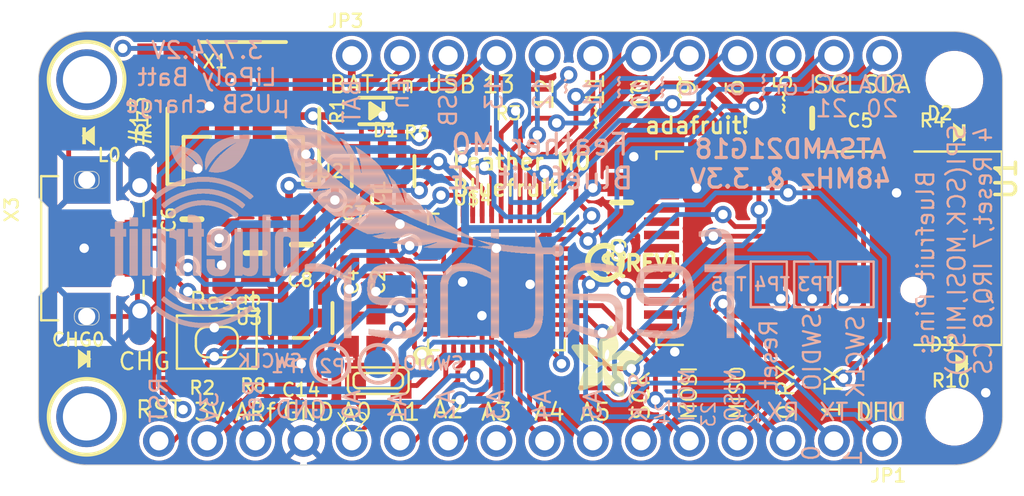
<source format=kicad_pcb>
(kicad_pcb (version 20221018) (generator pcbnew)
  (layers (0 "F.Cu" signal) (31 "B.Cu" signal) (34 "B.Paste" user) (35 "F.Paste" user) (36 "B.SilkS" user "B.Silkscreen") (37 "F.SilkS" user "F.Silkscreen") (38 "B.Mask" user) (39 "F.Mask" user) (44 "Edge.Cuts" user))
  (net 0 "")
  (net 1 "GND")
  (net 2 "MOSI")
  (net 3 "MISO")
  (net 4 "SCK")
  (net 5 "A5")
  (net 6 "A4")
  (net 7 "A3")
  (net 8 "A2")
  (net 9 "A1")
  (net 10 "D11")
  (net 11 "D12")
  (net 12 "+3V3")
  (net 13 "VBUS")
  (net 14 "VBAT")
  (net 15 "N$2")
  (net 16 "AREF")
  (net 17 "D13")
  (net 18 "A0")
  (net 19 "N$1")
  (net 20 "N$3")
  (net 21 "N$4")
  (net 22 "VDDCORE")
  (net 23 "SCL")
  (net 24 "SDA")
  (net 25 "D9")
  (net 26 "D6")
  (net 27 "D5")
  (net 28 "D1")
  (net 29 "D0")
  (net 30 "D10")
  (net 31 "D+")
  (net 32 "D-")
  (net 33 "~{RESET}")
  (net 34 "SWCLK")
  (net 35 "SWDIO")
  (net 36 "N$5")
  (net 37 "N$7")
  (net 38 "EN")
  (net 39 "D3")
  (net 40 "D2")
  (net 41 "DCC")
  (net 42 "DEC2")
  (net 43 "D8_BLE_CS")
  (net 44 "D7_BLE_IRQ")
  (net 45 "D4_SWDIO/RST")
  (net 46 "MODE")
  (net 47 "CONNECTED")
  (net 48 "N$6")
  (net 49 "N$8")
  (net 50 "DFU")
  (net 51 "FCTRYRST")
  (net 52 "BLE_SWCLK")
  (footprint "working:TQFN48_7MM" (layer "F.Cu") (at 147.2311 106.7816)
    (fp_text reference "U$4")
    (fp_text value "ATSAMD21G18_QFN")
  )
  (footprint "working:FIDUCIAL_1MM" (layer "F.Cu") (at 169.6303 115.5376 -90)
    (fp_text reference "U$35" hide)
    (fp_text value "FIDUCIAL\"\"" hide)
  )
  (footprint "working:ADAFRUIT_3.5MM" (layer "F.Cu") (at 151.1681 112.8776)
    (fp_text reference "U$7" hide)
    (fp_text value "" hide)
  )
  (footprint "working:0603-NO" (layer "F.Cu") (at 145.5801 99.0346 180)
    (fp_text reference "R6")
    (fp_text value "100K")
  )
  (footprint "working:JSTPH2" (layer "F.Cu") (at 133.8961 97.1296)
    (fp_text reference "X1")
    (fp_text value "JSTPH")
  )
  (footprint "working:MOUNTINGHOLE_2.5_PLATED" (layer "F.Cu") (at 125.6411 113.8936 -90)
    (fp_text reference "U$32" hide)
    (fp_text value "MOUNTINGHOLE2.5" hide)
  )
  (footprint "working:XTAL3215" (layer "F.Cu") (at 141.0081 111.9886)
    (fp_text reference "X2")
    (fp_text value "32.768")
  )
  (footprint "working:0603-NO" (layer "F.Cu") (at 167.4241 98.1456)
    (fp_text reference "R4")
    (fp_text value "2.2K")
  )
  (footprint "working:SOT23-5" (layer "F.Cu") (at 136.9441 108.6866 180)
    (fp_text reference "U3")
    (fp_text value "MCP73831T-2ACI/OT")
  )
  (footprint "working:0805-NO" (layer "F.Cu") (at 136.9591 104.8096 -90)
    (fp_text reference "C8")
    (fp_text value "10µF")
  )
  (footprint "working:0603-NO" (layer "F.Cu") (at 140.8811 104.6226 90)
    (fp_text reference "C1")
    (fp_text value "1uF")
  )
  (footprint "working:0603-NO" (layer "F.Cu") (at 140.8811 109.3216 90)
    (fp_text reference "C2")
    (fp_text value "22pF")
  )
  (footprint "working:CHIPLED_0805_NOOUTLINE" (layer "F.Cu") (at 171.6151 98.9076 -90)
    (fp_text reference "D2")
    (fp_text value "RED")
  )
  (footprint "working:0805-NO" (layer "F.Cu") (at 131.1891 103.4746 90)
    (fp_text reference "C6")
    (fp_text value "10µF")
  )
  (footprint "working:0603-NO" (layer "F.Cu") (at 139.4841 109.3216 90)
    (fp_text reference "C4")
    (fp_text value "22pF")
  )
  (footprint "working:0603-NO" (layer "F.Cu") (at 139.5011 105.0796 90)
    (fp_text reference "C7")
    (fp_text value "1uF")
  )
  (footprint "working:0603-NO" (layer "F.Cu") (at 129.1971 112.2426)
    (fp_text reference "R2")
    (fp_text value "1K")
  )
  (footprint "working:0603-NO" (layer "F.Cu") (at 136.9441 112.3696 180)
    (fp_text reference "R8")
    (fp_text value "10K\\")
  )
  (footprint "working:CHIPLED_0805_NOOUTLINE" (layer "F.Cu") (at 125.5141 110.8456 -90)
    (fp_text reference "CHG0")
    (fp_text value "ORANGE")
  )
  (footprint "working:0603-NO" (layer "F.Cu") (at 145.3261 97.7646)
    (fp_text reference "R3")
    (fp_text value "100k")
  )
  (footprint "working:0805-NO" (layer "F.Cu") (at 153.8351 102.5906 -90)
    (fp_text reference "C9")
    (fp_text value "10uF")
  )
  (footprint "working:CHIPLED_0805_NOOUTLINE" (layer "F.Cu") (at 125.7461 99.0746 90)
    (fp_text reference "L0")
    (fp_text value "RED")
  )
  (footprint "working:1X12_ROUND" (layer "F.Cu") (at 153.5811 94.8436)
    (fp_text reference "JP3")
    (fp_text value "")
  )
  (footprint "working:PCBFEAT-REV-040" (layer "F.Cu") (at 152.9461 105.7656)
    (fp_text reference "U$25" hide)
    (fp_text value "" hide)
  )
  (footprint "working:0603-NO" (layer "F.Cu") (at 128.8161 95.6056 -90)
    (fp_text reference "R7")
    (fp_text value "2.2K")
  )
  (footprint "working:KMR2" (layer "F.Cu") (at 132.4991 109.9566 180)
    (fp_text reference "SW1" hide)
    (fp_text value "SPST_TACT-KMR2" hide)
  )
  (footprint "working:1X16_ROUND" (layer "F.Cu") (at 148.5011 115.1636 180)
    (fp_text reference "JP1")
    (fp_text value "")
  )
  (footprint "working:4UCONN_20329_V2" (layer "F.Cu") (at 127.5461 105.0036 -90)
    (fp_text reference "X3")
    (fp_text value "microUSB")
    (fp_line (start -4.05 2.15) (end -4.05 1.6) (stroke (width 0.05)) (layer "Edge.Cuts"))
    (fp_line (start -3.7 1.25) (end -3.5 1.25) (stroke (width 0.05)) (layer "Edge.Cuts"))
    (fp_line (start -3.5 2.55) (end -3.7 2.55) (stroke (width 0.05)) (layer "Edge.Cuts"))
    (fp_line (start -3.15 1.6) (end -3.15 2.15) (stroke (width 0.05)) (layer "Edge.Cuts"))
    (fp_line (start 3.15 2.2) (end 3.15 1.6) (stroke (width 0.05)) (layer "Edge.Cuts"))
    (fp_line (start 4.05 1.6) (end 4.05 2.2) (stroke (width 0.05)) (layer "Edge.Cuts"))
    (fp_arc (start -4.05 1.6) (mid -3.947487 1.352513) (end -3.7 1.25) (stroke (width 0.05)) (layer "Edge.Cuts"))
    (fp_arc (start -3.7 2.55) (mid -3.957843 2.422487) (end -4.05 2.15) (stroke (width 0.05)) (layer "Edge.Cuts"))
    (fp_arc (start -3.5 1.25) (mid -3.252513 1.352513) (end -3.15 1.6) (stroke (width 0.05)) (layer "Edge.Cuts"))
    (fp_arc (start -3.15 2.15) (mid -3.242157 2.422487) (end -3.5 2.55) (stroke (width 0.05)) (layer "Edge.Cuts"))
    (fp_arc (start 3.15 1.6) (mid 3.302513 1.331802) (end 3.6 1.25) (stroke (width 0.05)) (layer "Edge.Cuts"))
    (fp_arc (start 3.6 1.25) (mid 3.897487 1.331802) (end 4.05 1.6) (stroke (width 0.05)) (layer "Edge.Cuts"))
    (fp_arc (start 3.6 2.55) (mid 3.302513 2.468198) (end 3.15 2.2) (stroke (width 0.05)) (layer "Edge.Cuts"))
    (fp_arc (start 4.05 2.2) (mid 3.897487 2.468198) (end 3.6 2.55) (stroke (width 0.05)) (layer "Edge.Cuts"))
  )
  (footprint "working:BLE_MODULE_RAYTAC_MDBT40" (layer "F.Cu") (at 164.7571 105.0036 -90)
    (fp_text reference "U1")
    (fp_text value "MBT40")
  )
  (footprint "working:0603-NO" (layer "F.Cu") (at 168.0591 111.8616)
    (fp_text reference "R10")
    (fp_text value "2.2K")
  )
  (footprint "working:FIDUCIAL_1MM" (layer "F.Cu") (at 133.8961 96.3676 -90)
    (fp_text reference "U$34" hide)
    (fp_text value "FIDUCIAL\"\"" hide)
  )
  (footprint "working:0805-NO" (layer "F.Cu") (at 134.5311 105.2576 -90)
    (fp_text reference "C3")
    (fp_text value "10µF")
  )
  (footprint "working:SOD-123" (layer "F.Cu") (at 140.8811 97.7646 180)
    (fp_text reference "D1")
    (fp_text value "MBR120")
  )
  (footprint "working:MOUNTINGHOLE_2.5_PLATED" (layer "F.Cu") (at 125.6411 96.1136 -90)
    (fp_text reference "U$31" hide)
    (fp_text value "MOUNTINGHOLE2.5" hide)
  )
  (footprint "working:SOT23-5" (layer "F.Cu") (at 141.2621 100.9396 180)
    (fp_text reference "U2")
    (fp_text value "AP2112-3.3")
  )
  (footprint "working:CHIPLED_0805_NOOUTLINE" (layer "F.Cu") (at 171.7421 111.0996 -90)
    (fp_text reference "D3")
    (fp_text value "BLUE")
  )
  (footprint "" (layer "F.Cu") (at 171.3611 96.1136)
    (fp_text reference "@HOLE0" hide)
    (fp_text value "")
  )
  (footprint "working:0603-NO" (layer "F.Cu") (at 138.7221 100.3046 90)
    (fp_text reference "R1")
    (fp_text value "100k")
  )
  (footprint "working:0603-NO" (layer "F.Cu") (at 133.8199 112.343007)
    (fp_text reference "C14")
    (fp_text value "1uF")
  )
  (footprint "" (layer "F.Cu") (at 171.3611 113.8936)
    (fp_text reference "@HOLE1" hide)
    (fp_text value "")
  )
  (footprint "working:0805-NO" (layer "F.Cu") (at 163.8681 98.1456)
    (fp_text reference "C5")
    (fp_text value "10uF")
  )
  (footprint "working:TESTPOINT_ROUND_1.5MM" (layer "B.Cu") (at 141.0081 111.0996 180)
    (fp_text reference "TP2")
    (fp_text value "")
  )
  (footprint "working:TESTPOINT_ROUND_1.5MM" (layer "B.Cu") (at 138.4681 111.0996 180)
    (fp_text reference "TP1")
    (fp_text value "")
  )
  (footprint "working:PAD-1.5X2.0" (layer "B.Cu") (at 166.1541 106.9086 180)
    (fp_text reference "TP3")
    (fp_text value "SWCLK")
  )
  (footprint "working:FEATHERLOGO" (layer "B.Cu") (at 160.4391 109.8296 180)
    (fp_text reference "U$9" hide)
    (fp_text value "" hide)
  )
  (footprint "working:PAD-1.5X2.0" (layer "B.Cu") (at 163.8681 106.9086 180)
    (fp_text reference "TP4")
    (fp_text value "SWDIO")
  )
  (footprint "working:PAD-1.5X2.0" (layer "B.Cu") (at 161.5821 106.9086 180)
    (fp_text reference "TP5")
    (fp_text value "SWDIO")
  )
  (footprint "working:BLUEFRUITLOGO_100MM" (layer "B.Cu") (at 136.8171 109.1946 180)
    (fp_text reference "U$26" hide)
    (fp_text value "" hide)
  )
  (gr_arc (start 125.6411 116.4336) (mid 123.845049 115.689651) (end 123.1011 113.8936) (stroke (width 0.05)) (layer "Edge.Cuts"))
  (gr_line (start 125.6411 116.4336) (end 171.3611 116.4336) (stroke (width 0.05)) (layer "Edge.Cuts"))
  (gr_line (start 123.1011 102.3366) (end 123.6091 102.8446) (stroke (width 0.05)) (layer "Edge.Cuts"))
  (gr_line (start 171.3611 93.5736) (end 125.6411 93.5736) (stroke (width 0.05)) (layer "Edge.Cuts"))
  (gr_line (start 173.9011 113.8936) (end 173.9011 96.1136) (stroke (width 0.05)) (layer "Edge.Cuts"))
  (gr_arc (start 123.1011 96.1136) (mid 123.845049 94.317549) (end 125.6411 93.5736) (stroke (width 0.05)) (layer "Edge.Cuts"))
  (gr_line (start 123.6091 102.8446) (end 123.6091 107.0356) (stroke (width 0.05)) (layer "Edge.Cuts"))
  (gr_line (start 123.1011 107.5436) (end 123.1011 113.8936) (stroke (width 0.05)) (layer "Edge.Cuts"))
  (gr_line (start 123.6091 107.0356) (end 123.1011 107.5436) (stroke (width 0.05)) (layer "Edge.Cuts"))
  (gr_arc (start 173.9011 113.8936) (mid 173.157151 115.689651) (end 171.3611 116.4336) (stroke (width 0.05)) (layer "Edge.Cuts"))
  (gr_line (start 123.1011 96.1136) (end 123.1011 102.3366) (stroke (width 0.05)) (layer "Edge.Cuts"))
  (gr_arc (start 171.3611 93.5736) (mid 173.157151 94.317549) (end 173.9011 96.1136) (stroke (width 0.05)) (layer "Edge.Cuts"))
  (gr_text "RST" (at 129.4511 113.0046 -270) (layer "B.SilkS") (effects (font (size 0.89408 0.89408) (thickness 0.12192)) (justify mirror)))
  (gr_text "MOSI" (at 157.2641 112.7506 -270) (layer "B.SilkS") (effects (font (size 0.78232 0.78232) (thickness 0.10668)) (justify mirror)))
  (gr_text "23" (at 158.4071 113.7666 -270) (layer "B.SilkS") (effects (font (size 0.715264 0.715264) (thickness 0.097536)) (justify mirror)))
  (gr_text "A5" (at 152.3111 113.2586 -270) (layer "B.SilkS") (effects (font (size 0.89408 0.89408) (thickness 0.12192)) (justify mirror)))
  (gr_text "SWDIO" (at 145.5801 111.4806) (layer "B.SilkS") (effects (font (size 0.69088 0.69088) (thickness 0.12192)) (justify left bottom mirror)))
  (gr_text "BAT" (at 139.6111 97.2566 -270) (layer "B.SilkS") (effects (font (size 0.89408 0.89408) (thickness 0.12192)) (justify mirror)))
  (gr_text "11" (at 152.3111 96.8756 -270) (layer "B.SilkS") (effects (font (size 0.89408 0.89408) (thickness 0.12192)) (justify mirror)))
  (gr_text "~~" (at 155.9941 96.4946 -90) (layer "B.SilkS") (effects (font (size 0.89408 0.89408) (thickness 0.12192)) (justify mirror)))
  (gr_text "24" (at 155.9941 113.6396 -270) (layer "B.SilkS") (effects (font (size 0.715264 0.715264) (thickness 0.097536)) (justify mirror)))
  (gr_text "0" (at 163.7411 115.7986 -90) (layer "B.SilkS") (effects (font (size 0.89408 0.89408) (thickness 0.12192)) (justify mirror)))
  (gr_text "USB" (at 144.6911 97.2566 -270) (layer "B.SilkS") (effects (font (size 0.89408 0.89408) (thickness 0.12192)) (justify mirror)))
  (gr_text "ATSAMD21G18\n48MHz & 3.3V" (at 162.7251 100.5586) (layer "B.SilkS") (effects (font (size 0.97155 0.97155) (thickness 0.17145)) (justify mirror)))
  (gr_text "GND" (at 136.9441 113.5126) (layer "B.SilkS") (effects (font (size 0.89408 0.89408) (thickness 0.12192)) (justify mirror)))
  (gr_text "SCK" (at 154.7241 112.8776 -270) (layer "B.SilkS") (effects (font (size 0.89408 0.89408) (thickness 0.12192)) (justify mirror)))
  (gr_text "6" (at 159.8041 96.6216 -270) (layer "B.SilkS") (effects (font (size 0.89408 0.89408) (thickness 0.12192)) (justify mirror)))
  (gr_text "4 Reset,7 IRQ,8 CS" (at 172.8851 105.1306 -270) (layer "B.SilkS") (effects (font (size 0.89408 0.89408) (thickness 0.12192)) (justify mirror)))
  (gr_text "20" (at 167.5511 97.6376) (layer "B.SilkS") (effects (font (size 0.89408 0.89408) (thickness 0.12192)) (justify mirror)))
  (gr_text "9" (at 157.3911 96.6216 -270) (layer "B.SilkS") (effects (font (size 0.89408 0.89408) (thickness 0.12192)) (justify mirror)))
  (gr_text "~~" (at 153.7081 96.4946 -90) (layer "B.SilkS") (effects (font (size 0.89408 0.89408) (thickness 0.12192)) (justify mirror)))
  (gr_text "SDA" (at 167.5511 96.3676) (layer "B.SilkS") (effects (font (size 0.89408 0.89408) (thickness 0.12192)) (justify mirror)))
  (gr_text "A2" (at 144.5641 113.2586 -270) (layer "B.SilkS") (effects (font (size 0.89408 0.89408) (thickness 0.12192)) (justify mirror)))
  (gr_text "MISO" (at 159.6771 112.7506 -270) (layer "B.SilkS") (effects (font (size 0.78232 0.78232) (thickness 0.10668)) (justify mirror)))
  (gr_text "RX" (at 162.3441 113.6396) (layer "B.SilkS") (effects (font (size 0.89408 0.89408) (thickness 0.12192)) (justify mirror)))
  (gr_text "12" (at 149.6441 96.8756 -270) (layer "B.SilkS") (effects (font (size 0.89408 0.89408) (thickness 0.12192)) (justify mirror)))
  (gr_text "1" (at 166.0271 116.0526 -270) (layer "B.SilkS") (effects (font (size 0.89408 0.89408) (thickness 0.12192)) (justify mirror)))
  (gr_text "5" (at 162.5981 96.6216 -270) (layer "B.SilkS") (effects (font (size 0.89408 0.89408) (thickness 0.12192)) (justify mirror)))
  (gr_text "DFU" (at 167.5511 113.6396) (layer "B.SilkS") (effects (font (size 0.89408 0.89408) (thickness 0.12192)) (justify mirror)))
  (gr_text "SPI(SCK,MOSI,MISO)" (at 171.4881 105.1306 -270) (layer "B.SilkS") (effects (font (size 0.89408 0.89408) (thickness 0.12192)) (justify mirror)))
  (gr_text "SCL" (at 164.6301 96.3676) (layer "B.SilkS") (effects (font (size 0.89408 0.89408) (thickness 0.12192)) (justify mirror)))
  (gr_text "~~" (at 161.3281 96.3676 -90) (layer "B.SilkS") (effects (font (size 0.89408 0.89408) (thickness 0.12192)) (justify mirror)))
  (gr_text "3V" (at 132.1181 113.3856 -270) (layer "B.SilkS") (effects (font (size 0.89408 0.89408) (thickness 0.12192)) (justify mirror)))
  (gr_text "~~" (at 150.9141 96.2406 -90) (layer "B.SilkS") (effects (font (size 0.89408 0.89408) (thickness 0.12192)) (justify mirror)))
  (gr_text "TX" (at 165.0111 113.6396) (layer "B.SilkS") (effects (font (size 0.89408 0.89408) (thickness 0.12192)) (justify mirror)))
  (gr_text "13" (at 147.1041 96.8756 -270) (layer "B.SilkS") (effects (font (size 0.89408 0.89408) (thickness 0.12192)) (justify mirror)))
  (gr_text "Ref" (at 134.4041 113.0046 -270) (layer "B.SilkS") (effects (font (size 0.89408 0.89408) (thickness 0.12192)) (justify mirror)))
  (gr_text "Bluefruit Pins:" (at 169.8371 105.7656 -270) (layer "B.SilkS") (effects (font (size 0.89408 0.89408) (thickness 0.12192)) (justify mirror)))
  (gr_text "Feather M0\nBluefruit LE" (at 149.5171 100.4316) (layer "B.SilkS") (effects (font (size 1.1049 1.1049) (thickness 0.1651)) (justify mirror)))
  (gr_text "En" (at 142.1511 96.8756 -270) (layer "B.SilkS") (effects (font (size 0.89408 0.89408) (thickness 0.12192)) (justify mirror)))
  (gr_text "A1" (at 142.0241 113.3856 -270) (layer "B.SilkS") (effects (font (size 0.89408 0.89408) (thickness 0.12192)) (justify mirror)))
  (gr_text "3.7/4.2V\nLiPoly Batt\nµUSB charge" (at 131.9911 95.9866) (layer "B.SilkS") (effects (font (size 0.88392 0.88392) (thickness 0.13208)) (justify mirror)))
  (gr_text "SWCLK" (at 137.0711 111.3536) (layer "B.SilkS") (effects (font (size 0.69088 0.69088) (thickness 0.12192)) (justify left bottom mirror)))
  (gr_text "A0" (at 139.6111 113.2586 -270) (layer "B.SilkS") (effects (font (size 0.89408 0.89408) (thickness 0.12192)) (justify mirror)))
  (gr_text "Reset" (at 161.5821 110.5916 -270) (layer "B.SilkS") (effects (font (size 0.89408 0.89408) (thickness 0.12192)) (justify mirror)))
  (gr_text "A3" (at 147.2311 113.2586 -270) (layer "B.SilkS") (effects (font (size 0.89408 0.89408) (thickness 0.12192)) (justify mirror)))
  (gr_text "SWCLK" (at 166.1541 110.7186 -270) (layer "B.SilkS") (effects (font (size 0.89408 0.89408) (thickness 0.12192)) (justify mirror)))
  (gr_text "21" (at 164.8841 97.6376) (layer "B.SilkS") (effects (font (size 0.89408 0.89408) (thickness 0.12192)) (justify mirror)))
  (gr_text "10" (at 154.8511 96.8756 -270) (layer "B.SilkS") (effects (font (size 0.89408 0.89408) (thickness 0.12192)) (justify mirror)))
  (gr_text "22" (at 160.6931 113.6396 -270) (layer "B.SilkS") (effects (font (size 0.715264 0.715264) (thickness 0.097536)) (justify mirror)))
  (gr_text "SWDIO" (at 163.8681 110.4646 -270) (layer "B.SilkS") (effects (font (size 0.89408 0.89408) (thickness 0.12192)) (justify mirror)))
  (gr_text "A4" (at 149.6441 113.2586 -270) (layer "B.SilkS") (effects (font (size 0.89408 0.89408) (thickness 0.12192)) (justify mirror)))
  (gr_text "~~" (at 156.8831 96.4946 90) (layer "F.SilkS") (effects (font (size 0.89408 0.89408) (thickness 0.12192))))
  (gr_text "DFU" (at 167.4241 113.6396) (layer "F.SilkS") (effects (font (size 0.89408 0.89408) (thickness 0.12192))))
  (gr_text "MISO" (at 159.9311 112.6236 90) (layer "F.SilkS") (effects (font (size 0.78232 0.78232) (thickness 0.10668))))
  (gr_text "ARf" (at 134.5311 113.6396) (layer "F.SilkS") (effects (font (size 0.89408 0.89408) (thickness 0.12192))))
  (gr_text "RX" (at 162.4711 111.9886 90) (layer "F.SilkS") (effects (font (size 0.89408 0.89408) (thickness 0.12192))))
  (gr_text "A2" (at 144.6911 113.5126) (layer "F.SilkS") (effects (font (size 0.89408 0.89408) (thickness 0.12192))))
  (gr_text "A5" (at 152.4381 113.6396) (layer "F.SilkS") (effects (font (size 0.89408 0.89408) (thickness 0.12192))))
  (gr_text "6" (at 159.8041 96.4946 90) (layer "F.SilkS") (effects (font (size 0.89408 0.89408) (thickness 0.12192))))
  (gr_text "GND" (at 137.3251 113.6396) (layer "F.SilkS") (effects (font (size 0.89408 0.89408) (thickness 0.12192))))
  (gr_text "A4" (at 150.0251 113.6396) (layer "F.SilkS") (effects (font (size 0.89408 0.89408) (thickness 0.12192))))
  (gr_text "CHG" (at 128.6891 110.9726) (layer "F.SilkS") (effects (font (size 0.89408 0.89408) (thickness 0.12192))))
  (gr_text "9" (at 157.2641 96.4946 90) (layer "F.SilkS") (effects (font (size 0.89408 0.89408) (thickness 0.12192))))
  (gr_text "adafruit!" (at 154.9781 99.0346) (layer "F.SilkS") (effects (font (size 0.8636 0.8636) (thickness 0.1524)) (justify left bottom)))
  (gr_text "En" (at 142.1511 96.3676) (layer "F.SilkS") (effects (font (size 0.89408 0.89408) (thickness 0.12192))))
  (gr_text "A0" (at 139.8651 113.6396) (layer "F.SilkS") (effects (font (size 0.89408 0.89408) (thickness 0.12192))))
  (gr_text "10" (at 154.8511 96.8756 90) (layer "F.SilkS") (effects (font (size 0.89408 0.89408) (thickness 0.12192))))
  (gr_text "Feather M0\nBluefruit" (at 144.8181 102.3366) (layer "F.SilkS") (effects (font (size 0.8636 0.8636) (thickness 0.1524)) (justify left bottom)))
  (gr_text "BAT" (at 139.6111 96.3676) (layer "F.SilkS") (effects (font (size 0.89408 0.89408) (thickness 0.12192))))
  (gr_text "12" (at 149.7711 96.8756 90) (layer "F.SilkS") (effects (font (size 0.89408 0.89408) (thickness 0.12192))))
  (gr_text "MOSI" (at 157.3911 112.6236 90) (layer "F.SilkS") (effects (font (size 0.78232 0.78232) (thickness 0.10668))))
  (gr_text "~~11" (at 152.4381 97.2566 90) (layer "F.SilkS") (effects (font (size 0.89408 0.89408) (thickness 0.12192))))
  (gr_text "3V" (at 132.1181 113.6396) (layer "F.SilkS") (effects (font (size 0.89408 0.89408) (thickness 0.12192))))
  (gr_text "SCL" (at 165.1381 96.3676) (layer "F.SilkS") (effects (font (size 0.89408 0.89408) (thickness 0.12192))))
  (gr_text "USB" (at 144.8181 96.3676) (layer "F.SilkS") (effects (font (size 0.89408 0.89408) (thickness 0.12192))))
  (gr_text "1" (at 164.8841 113.5126 90) (layer "F.SilkS") (effects (font (size 0.89408 0.89408) (thickness 0.12192))))
  (gr_text "RST" (at 129.4511 113.5126) (layer "F.SilkS") (effects (font (size 0.89408 0.89408) (thickness 0.12192))))
  (gr_text "~~5" (at 162.3441 96.8756 90) (layer "F.SilkS") (effects (font (size 0.89408 0.89408) (thickness 0.12192))))
  (gr_text "~~" (at 154.3431 96.8756 90) (layer "F.SilkS") (effects (font (size 0.89408 0.89408) (thickness 0.12192))))
  (gr_text "A3" (at 147.2311 113.6396) (layer "F.SilkS") (effects (font (size 0.89408 0.89408) (thickness 0.12192))))
  (gr_text "SCK" (at 154.8511 112.7506 90) (layer "F.SilkS") (effects (font (size 0.89408 0.89408) (thickness 0.12192))))
  (gr_text "TX" (at 165.0111 111.9886 90) (layer "F.SilkS") (effects (font (size 0.89408 0.89408) (thickness 0.12192))))
  (gr_text "13" (at 147.3581 96.3676) (layer "F.SilkS") (effects (font (size 0.89408 0.89408) (thickness 0.12192))))
  (gr_text "#13" (at 128.4351 98.2726 90) (layer "F.SilkS") (effects (font (size 0.89408 0.89408) (thickness 0.12192))))
  (gr_text "SDA" (at 167.8051 96.3676) (layer "F.SilkS") (effects (font (size 0.89408 0.89408) (thickness 0.12192))))
  (gr_text "A1" (at 142.4051 113.6396) (layer "F.SilkS") (effects (font (size 0.89408 0.89408) (thickness 0.12192))))
  (gr_text "0" (at 162.4711 113.6396 90) (layer "F.SilkS") (effects (font (size 0.89408 0.89408) (thickness 0.12192))))
  (gr_text "Reset" (at 132.8801 107.7976) (layer "F.SilkS") (effects (font (size 0.89408 0.89408) (thickness 0.12192))))
  (segment (start 154.4721 102.9036) (end 153.8351 103.5406) (width 0.254) (layer "F.Cu") (net 1))
  (segment (start 124.6961 101.4036) (end 125.6461 101.4036) (width 0.254) (layer "F.Cu") (net 1))
  (segment (start 143.1711 106.5316) (end 141.7701 105.1306) (width 0.254) (layer "F.Cu") (net 1))
  (segment (start 128.1461 108.6036) (end 128.4461 108.3036) (width 0.254) (layer "F.Cu") (net 1))
  (segment (start 146.4811 110.2566) (end 146.4811 107.5316) (width 0.254) (layer "F.Cu") (net 1))
  (segment (start 124.6961 99.0746) (end 124.6961 101.4036) (width 0.254) (layer "F.Cu") (net 1))
  (segment (start 143.7561 106.5316) (end 146.9811 106.5316) (width 0.254) (layer "F.Cu") (net 1))
  (segment (start 155.9321 102.9036) (end 154.4721 102.9036) (width 0.254) (layer "F.Cu") (net 1))
  (segment (start 144.7301 99.0346) (end 144.4371 99.0346) (width 0.254) (layer "F.Cu") (net 1))
  (segment (start 146.4691 107.5436) (end 146.4691 108.5596) (width 0.254) (layer "F.Cu") (net 1))
  (segment (start 144.4371 99.0346) (end 143.1671 100.3046) (width 0.254) (layer "F.Cu") (net 1))
  (segment (start 134.4991 109.1566) (end 134.6201 109.1566) (width 0.254) (layer "F.Cu") (net 1))
  (segment (start 147.4811 107.0316) (end 147.2311 106.7816) (width 0.254) (layer "F.Cu") (net 1))
  (segment (start 143.1671 100.3046) (end 143.0401 100.3046) (width 0.254) (layer "F.Cu") (net 1))
  (segment (start 141.7701 104.1146) (end 142.1511 103.7336) (width 0.254) (layer "F.Cu") (net 1))
  (segment (start 128.3211 108.1786) (end 128.4461 108.3036) (width 0.254) (layer "F.Cu") (net 1))
  (segment (start 141.7701 105.1306) (end 141.7701 104.1146) (width 0.254) (layer "F.Cu") (net 1))
  (segment (start 143.7561 106.5316) (end 143.1711 106.5316) (width 0.254) (layer "F.Cu") (net 1))
  (segment (start 128.3211 106.3036) (end 126.0961 106.3036) (width 0.254) (layer "F.Cu") (net 1))
  (segment (start 150.7061 107.0316) (end 147.4811 107.0316) (width 0.254) (layer "F.Cu") (net 1))
  (segment (start 139.5011 104.2296) (end 140.4241 104.2296) (width 0.4064) (layer "F.Cu") (net 1))
  (segment (start 140.4241 104.2296) (end 140.8811 103.7726) (width 0.4064) (layer "F.Cu") (net 1))
  (segment (start 137.0711 105.7596) (end 136.9591 105.7596) (width 0.254) (layer "F.Cu") (net 1))
  (segment (start 141.2621 99.6395) (end 141.2621 98.3996) (width 0.254) (layer "F.Cu") (net 1))
  (segment (start 144.9811 103.3066) (end 144.9811 104.5316) (width 0.254) (layer "F.Cu") (net 1))
  (segment (start 130.4991 109.1566) (end 134.4991 109.1566) (width 0.254) (layer "F.Cu") (net 1))
  (segment (start 144.9811 104.5316) (end 147.2311 106.7816) (width 0.254) (layer "F.Cu") (net 1))
  (segment (start 146.4811 107.5316) (end 146.4691 107.5436) (width 0.254) (layer "F.Cu") (net 1))
  (segment (start 146.9811 106.5316) (end 147.2311 106.7816) (width 0.254) (layer "F.Cu") (net 1))
  (segment (start 146.4811 107.5316) (end 147.2311 106.7816) (width 0.254) (layer "F.Cu") (net 1))
  (segment (start 140.8811 108.4716) (end 139.4841 108.4716) (width 0.254) (layer "F.Cu") (net 1))
  (segment (start 128.3211 106.3036) (end 128.3211 108.1786) (width 0.254) (layer "F.Cu") (net 1))
  (segment (start 126.0961 106.3036) (end 125.5461 105.7536) (width 0.254) (layer "F.Cu") (net 1))
  (segment (start 125.6461 108.6036) (end 128.1461 108.6036) (width 0.254) (layer "F.Cu") (net 1))
  (via (at 154.4701 100.1776) (size 0.9064) (drill 0.5) (layers "F.Cu" "B.Cu") (net 1))
  (via (at 140.8811 107.2896) (size 0.9064) (drill 0.5) (layers "F.Cu" "B.Cu") (net 1))
  (via (at 125.5141 105.0036) (size 0.9064) (drill 0.5) (layers "F.Cu" "B.Cu") (net 1))
  (via (at 149.0091 106.9086) (size 0.9064) (drill 0.5) (layers "F.Cu" "B.Cu") (net 1))
  (via (at 132.1181 97.5106) (size 0.9064) (drill 0.5) (layers "F.Cu" "B.Cu") (net 1))
  (via (at 145.4531 106.7816) (size 0.9064) (drill 0.5) (layers "F.Cu" "B.Cu") (net 1))
  (via (at 141.2621 98.0186) (size 0.9064) (drill 0.5) (layers "F.Cu" "B.Cu") (net 1))
  (via (at 142.1511 103.7336) (size 0.9064) (drill 0.5) (layers "F.Cu" "B.Cu") (net 1))
  (via (at 136.9441 111.0996) (size 0.9064) (drill 0.5) (layers "F.Cu" "B.Cu") (net 1))
  (via (at 157.7721 101.8286) (size 0.9064) (drill 0.5) (layers "F.Cu" "B.Cu") (net 1))
  (via (at 132.3721 109.1946) (size 0.9064) (drill 0.5) (layers "F.Cu" "B.Cu") (net 1))
  (via (at 132.7531 105.8926) (size 0.9064) (drill 0.5) (layers "F.Cu" "B.Cu") (net 1))
  (via (at 146.4691 108.5596) (size 0.9064) (drill 0.5) (layers "F.Cu" "B.Cu") (net 1))
  (via (at 131.4831 100.8126) (size 0.9064) (drill 0.5) (layers "F.Cu" "B.Cu") (net 1))
  (via (at 173.0121 112.6236) (size 0.9064) (drill 0.5) (layers "F.Cu" "B.Cu") (net 1))
  (via (at 147.2311 105.0036) (size 0.9064) (drill 0.5) (layers "F.Cu" "B.Cu") (net 1))
  (via (at 168.3131 102.0826) (size 0.9064) (drill 0.5) (layers "F.Cu" "B.Cu") (net 1))
  (via (at 156.6291 110.4646) (size 0.9064) (drill 0.5) (layers "F.Cu" "B.Cu") (net 1))
  (segment (start 161.9631 103.6066) (end 161.9631 102.7176) (width 0.254) (layer "F.Cu") (net 2))
  (segment (start 161.7091 103.8606) (end 161.9631 103.6066) (width 0.254) (layer "F.Cu") (net 2))
  (segment (start 159.1691 103.2256) (end 159.8041 103.8606) (width 0.254) (layer "F.Cu") (net 2))
  (segment (start 151.8071 106.5316) (end 152.1841 106.9086) (width 0.254) (layer "F.Cu") (net 2))
  (segment (start 161.9631 102.7176) (end 161.7571 102.5116) (width 0.254) (layer "F.Cu") (net 2))
  (segment (start 150.7061 106.5316) (end 151.8071 106.5316) (width 0.254) (layer "F.Cu") (net 2))
  (segment (start 161.7571 102.5116) (end 161.7571 100.1786) (width 0.254) (layer "F.Cu") (net 2))
  (segment (start 159.8041 103.8606) (end 161.7091 103.8606) (width 0.254) (layer "F.Cu") (net 2))
  (segment (start 157.3911 115.1636) (end 157.8991 115.1636) (width 0.254) (layer "F.Cu") (net 2))
  (via (at 152.1841 106.9086) (size 0.9064) (drill 0.5) (layers "F.Cu" "B.Cu") (net 2))
  (via (at 159.1691 103.2256) (size 0.9064) (drill 0.5) (layers "F.Cu" "B.Cu") (net 2))
  (segment (start 153.0731 113.8936) (end 156.1211 113.8936) (width 0.254) (layer "B.Cu") (net 2))
  (segment (start 152.1841 106.9086) (end 151.9301 107.1626) (width 0.254) (layer "B.Cu") (net 2))
  (segment (start 152.1841 106.9086) (end 153.0731 106.9086) (width 0.254) (layer "B.Cu") (net 2))
  (segment (start 151.9301 112.7506) (end 153.0731 113.8936) (width 0.254) (layer "B.Cu") (net 2))
  (segment (start 151.9301 107.1626) (end 151.9301 112.7506) (width 0.254) (layer "B.Cu") (net 2))
  (segment (start 156.7561 103.2256) (end 159.1691 103.2256) (width 0.254) (layer "B.Cu") (net 2))
  (segment (start 153.0731 106.9086) (end 156.7561 103.2256) (width 0.254) (layer "B.Cu") (net 2))
  (segment (start 156.1211 113.8936) (end 157.3911 115.1636) (width 0.254) (layer "B.Cu") (net 2))
  (segment (start 150.7061 105.5316) (end 153.1801 105.5316) (width 0.254) (layer "F.Cu") (net 3))
  (segment (start 163.2331 111.8616) (end 159.9311 115.1636) (width 0.254) (layer "F.Cu") (net 3))
  (segment (start 153.1801 105.5316) (end 153.7081 105.0036) (width 0.254) (layer "F.Cu") (net 3))
  (segment (start 162.4571 101.9416) (end 162.5981 102.0826) (width 0.254) (layer "F.Cu") (net 3))
  (segment (start 165.5191 111.8616) (end 163.2331 111.8616) (width 0.254) (layer "F.Cu") (net 3))
  (segment (start 162.4571 100.1786) (end 162.4571 101.9416) (width 0.254) (layer "F.Cu") (net 3))
  (via (at 153.7081 105.0036) (size 0.9064) (drill 0.5) (layers "F.Cu" "B.Cu") (net 3))
  (via (at 162.5981 102.0826) (size 0.9064) (drill 0.5) (layers "F.Cu" "B.Cu") (net 3))
  (via (at 165.5191 111.8616) (size 0.9064) (drill 0.5) (layers "F.Cu" "B.Cu") (net 3))
  (segment (start 155.9941 102.7176) (end 158.1531 102.7176) (width 0.254) (layer "B.Cu") (net 3))
  (segment (start 167.6781 105.5116) (end 167.6781 109.7026) (width 0.254) (layer "B.Cu") (net 3))
  (segment (start 153.7081 105.0036) (end 155.9941 102.7176) (width 0.254) (layer "B.Cu") (net 3))
  (segment (start 162.5981 102.0826) (end 164.2491 102.0826) (width 0.254) (layer "B.Cu") (net 3))
  (segment (start 158.1531 102.7176) (end 158.7881 102.0826) (width 0.254) (layer "B.Cu") (net 3))
  (segment (start 158.7881 102.0826) (end 162.5981 102.0826) (width 0.254) (layer "B.Cu") (net 3))
  (segment (start 164.2491 102.0826) (end 167.6781 105.5116) (width 0.254) (layer "B.Cu") (net 3))
  (segment (start 167.6781 109.7026) (end 165.5191 111.8616) (width 0.254) (layer "B.Cu") (net 3))
  (segment (start 163.4871 103.4796) (end 162.5981 104.3686) (width 0.254) (layer "F.Cu") (net 4))
  (segment (start 154.0256 107.2261) (end 154.2161 107.4166) (width 0.254) (layer "F.Cu") (net 4))
  (segment (start 162.5981 104.3686) (end 158.6611 104.3686) (width 0.254) (layer "F.Cu") (net 4))
  (segment (start 150.7181 106.0196) (end 150.7061 106.0316) (width 0.254) (layer "F.Cu") (net 4))
  (segment (start 152.8191 106.0196) (end 150.7181 106.0196) (width 0.254) (layer "F.Cu") (net 4))
  (segment (start 154.2161 109.1946) (end 156.6291 111.6076) (width 0.254) (layer "F.Cu") (net 4))
  (segment (start 156.6291 113.3856) (end 154.8511 115.1636) (width 0.254) (layer "F.Cu") (net 4))
  (segment (start 163.1571 101.2446) (end 163.4871 101.5746) (width 0.254) (layer "F.Cu") (net 4))
  (segment (start 163.4871 101.5746) (end 163.4871 103.4796) (width 0.254) (layer "F.Cu") (net 4))
  (segment (start 163.1571 100.1786) (end 163.1571 101.2446) (width 0.254) (layer "F.Cu") (net 4))
  (segment (start 154.2161 107.4166) (end 154.2161 109.1946) (width 0.254) (layer "F.Cu") (net 4))
  (segment (start 156.6291 111.6076) (end 156.6291 113.3856) (width 0.254) (layer "F.Cu") (net 4))
  (segment (start 152.8191 106.0196) (end 154.0256 107.2261) (width 0.254) (layer "F.Cu") (net 4))
  (via (at 154.0256 107.2261) (size 0.9064) (drill 0.5) (layers "F.Cu" "B.Cu") (net 4))
  (via (at 158.6611 104.3686) (size 0.9064) (drill 0.5) (layers "F.Cu" "B.Cu") (net 4))
  (segment (start 158.6611 104.3686) (end 155.8036 107.2261) (width 0.254) (layer "B.Cu") (net 4))
  (segment (start 155.8036 107.2261) (end 154.0256 107.2261) (width 0.254) (layer "B.Cu") (net 4))
  (segment (start 142.9131 109.3216) (end 142.9131 110.2106) (width 0.254) (layer "F.Cu") (net 5))
  (segment (start 142.9131 110.2106) (end 143.2941 110.5916) (width 0.254) (layer "F.Cu") (net 5))
  (segment (start 143.2031 109.0316) (end 142.9131 109.3216) (width 0.254) (layer "F.Cu") (net 5))
  (segment (start 143.7561 109.0316) (end 143.2031 109.0316) (width 0.254) (layer "F.Cu") (net 5))
  (via (at 143.2941 110.5916) (size 0.9064) (drill 0.5) (layers "F.Cu" "B.Cu") (net 5))
  (segment (start 148.3741 112.6236) (end 149.5171 113.7666) (width 0.254) (layer "B.Cu") (net 5))
  (segment (start 143.2941 110.5916) (end 143.9291 109.9566) (width 0.254) (layer "B.Cu") (net 5))
  (segment (start 149.5171 113.7666) (end 150.5331 113.7666) (width 0.254) (layer "B.Cu") (net 5))
  (segment (start 147.2311 109.9566) (end 148.3741 111.0996) (width 0.254) (layer "B.Cu") (net 5))
  (segment (start 143.9291 109.9566) (end 147.2311 109.9566) (width 0.254) (layer "B.Cu") (net 5))
  (segment (start 150.5331 113.7666) (end 151.9301 115.1636) (width 0.254) (layer "B.Cu") (net 5))
  (segment (start 148.3741 111.0996) (end 148.3741 112.6236) (width 0.254) (layer "B.Cu") (net 5))
  (segment (start 151.9301 115.1636) (end 152.3111 115.1636) (width 0.254) (layer "B.Cu") (net 5))
  (segment (start 148.9811 114.3736) (end 149.7711 115.1636) (width 0.254) (layer "F.Cu") (net 6))
  (segment (start 148.9811 110.2566) (end 148.9811 114.3736) (width 0.254) (layer "F.Cu") (net 6))
  (segment (start 148.4811 110.2566) (end 148.4811 113.9136) (width 0.254) (layer "F.Cu") (net 7))
  (segment (start 148.4811 113.9136) (end 147.2311 115.1636) (width 0.254) (layer "F.Cu") (net 7))
  (segment (start 144.9451 115.1636) (end 144.6911 115.1636) (width 0.254) (layer "F.Cu") (net 8))
  (segment (start 146.7231 113.8936) (end 145.4531 115.1636) (width 0.254) (layer "F.Cu") (net 8))
  (segment (start 147.9811 110.2566) (end 147.9811 113.6516) (width 0.254) (layer "F.Cu") (net 8))
  (segment (start 145.4531 115.1636) (end 144.6911 115.1636) (width 0.254) (layer "F.Cu") (net 8))
  (segment (start 147.7391 113.8936) (end 146.7231 113.8936) (width 0.254) (layer "F.Cu") (net 8))
  (segment (start 147.9811 113.6516) (end 147.7391 113.8936) (width 0.254) (layer "F.Cu") (net 8))
  (segment (start 142.9131 115.1636) (end 142.1511 115.1636) (width 0.254) (layer "F.Cu") (net 9))
  (segment (start 147.4851 113.2586) (end 146.5961 113.2586) (width 0.254) (layer "F.Cu") (net 9))
  (segment (start 147.4811 112.1196) (end 147.4851 112.1236) (width 0.254) (layer "F.Cu") (net 9))
  (segment (start 147.4811 110.2566) (end 147.4811 112.1196) (width 0.254) (layer "F.Cu") (net 9))
  (segment (start 144.1831 113.8936) (end 142.9131 115.1636) (width 0.254) (layer "F.Cu") (net 9))
  (segment (start 146.5961 113.2586) (end 145.9611 113.8936) (width 0.254) (layer "F.Cu") (net 9))
  (segment (start 147.4851 112.1236) (end 147.4851 113.2586) (width 0.254) (layer "F.Cu") (net 9))
  (segment (start 145.9611 113.8936) (end 144.1831 113.8936) (width 0.254) (layer "F.Cu") (net 9))
  (segment (start 152.3111 98.5266) (end 152.3111 94.8436) (width 0.254) (layer "F.Cu") (net 10))
  (segment (start 150.7871 102.0826) (end 150.7871 100.0506) (width 0.254) (layer "F.Cu") (net 10))
  (segment (start 149.9811 102.8886) (end 150.7871 102.0826) (width 0.254) (layer "F.Cu") (net 10))
  (segment (start 149.9811 103.3066) (end 149.9811 102.8886) (width 0.254) (layer "F.Cu") (net 10))
  (segment (start 150.7871 100.0506) (end 152.3111 98.5266) (width 0.254) (layer "F.Cu") (net 10))
  (segment (start 148.4811 100.0706) (end 149.3901 99.1616) (width 0.254) (layer "F.Cu") (net 11))
  (segment (start 149.3901 99.1616) (end 149.3901 99.0346) (width 0.254) (layer "F.Cu") (net 11))
  (segment (start 148.4811 103.3066) (end 148.4811 100.0706) (width 0.254) (layer "F.Cu") (net 11))
  (via (at 149.3901 99.0346) (size 0.9064) (drill 0.5) (layers "F.Cu" "B.Cu") (net 11))
  (segment (start 149.3901 99.0346) (end 149.3901 95.2246) (width 0.254) (layer "B.Cu") (net 11))
  (segment (start 149.3901 95.2246) (end 149.7711 94.8436) (width 0.254) (layer "B.Cu") (net 11))
  (segment (start 149.9743 109.4994) (end 147.1041 109.4994) (width 0.254) (layer "F.Cu") (net 12))
  (segment (start 139.5011 106.3985) (end 139.5011 105.9296) (width 0.254) (layer "F.Cu") (net 12))
  (segment (start 142.9131 101.0666) (end 143.2941 101.0666) (width 0.254) (layer "F.Cu") (net 12))
  (segment (start 156.1211 96.3676) (end 152.3111 100.1776) (width 0.4064) (layer "F.Cu") (net 12))
  (segment (start 153.8451 101.6306) (end 153.8351 101.6406) (width 0.254) (layer "F.Cu") (net 12))
  (segment (start 142.2121 101.7676) (end 142.9131 101.0666) (width 0.254) (layer "F.Cu") (net 12))
  (segment (start 155.9321 101.5036) (end 153.8451 101.5036) (width 0.254) (layer "F.Cu") (net 12))
  (segment (start 152.3111 100.1776) (end 152.3111 101.8286) (width 0.4064) (layer "F.Cu") (net 12))
  (segment (start 146.9811 110.2566) (end 146.9811 112.1116) (width 0.254) (layer "F.Cu") (net 12))
  (segment (start 136.3091 101.7016) (end 136.3091 103.2096) (width 0.4064) (layer "F.Cu") (net 12))
  (segment (start 158.4071 96.3676) (end 156.1211 96.3676) (width 0.4064) (layer "F.Cu") (net 12))
  (segment (start 141.661 106.4641) (end 139.6746 106.4641) (width 0.254) (layer "F.Cu") (net 12))
  (segment (start 146.9811 110.2566) (end 146.9811 109.6224) (width 0.254) (layer "F.Cu") (net 12))
  (segment (start 163.8571 99.2336) (end 163.8571 100.1786) (width 0.254) (layer "F.Cu") (net 12))
  (segment (start 146.0881 113.0046) (end 145.3261 113.0046) (width 0.254) (layer "F.Cu") (net 12))
  (segment (start 162.6641 98.3996) (end 160.4391 98.3996) (width 0.4064) (layer "F.Cu") (net 12))
  (segment (start 142.7285 107.5316) (end 141.661 106.4641) (width 0.254) (layer "F.Cu") (net 12))
  (segment (start 162.9181 98.1456) (end 162.6641 98.3996) (width 0.4064) (layer "F.Cu") (net 12))
  (segment (start 162.9181 98.2946) (end 163.8571 99.2336) (width 0.254) (layer "F.Cu") (net 12))
  (segment (start 146.9811 109.6224) (end 147.1041 109.4994) (width 0.254) (layer "F.Cu") (net 12))
  (segment (start 139.6746 106.4641) (end 139.5011 106.2906) (width 0.254) (layer "F.Cu") (net 12))
  (segment (start 139.4841 105.9466) (end 139.4841 107.1626) (width 0.4064) (layer "F.Cu") (net 12))
  (segment (start 162.9181 98.1456) (end 162.9181 98.2946) (width 0.254) (layer "F.Cu") (net 12))
  (segment (start 149.9743 107.5316) (end 149.9743 109.4994) (width 0.254) (layer "F.Cu") (net 12))
  (segment (start 153.9621 101.8286) (end 154.0891 101.9556) (width 0.254) (layer "F.Cu") (net 12))
  (segment (start 153.9621 101.8286) (end 153.9621 101.6406) (width 0.254) (layer "F.Cu") (net 12))
  (segment (start 142.2121 102.2397) (end 142.2121 101.7676) (width 0.254) (layer "F.Cu") (net 12))
  (segment (start 143.2941 101.0666) (end 143.9291 100.4316) (width 0.254) (layer "F.Cu") (net 12))
  (segment (start 143.279 103.3066) (end 142.2121 102.2397) (width 0.254) (layer "F.Cu") (net 12))
  (segment (start 136.3091 103.2096) (end 136.9591 103.8596) (width 0.4064) (layer "F.Cu") (net 12))
  (segment (start 139.5011 105.9296) (end 139.4841 105.9466) (width 0.254) (layer "F.Cu") (net 12))
  (segment (start 143.7561 107.5316) (end 142.7285 107.5316) (width 0.254) (layer "F.Cu") (net 12))
  (segment (start 150.7061 107.5316) (end 149.9743 107.5316) (width 0.254) (layer "F.Cu") (net 12))
  (segment (start 153.9621 101.6406) (end 153.8351 101.6406) (width 0.254) (layer "F.Cu") (net 12))
  (segment (start 143.9291 100.4316) (end 144.1831 100.4316) (width 0.254) (layer "F.Cu") (net 12))
  (segment (start 139.5011 106.2906) (end 139.5011 105.9296) (width 0.254) (layer "F.Cu") (net 12))
  (segment (start 144.4811 103.3066) (end 143.279 103.3066) (width 0.254) (layer "F.Cu") (net 12))
  (segment (start 152.3111 101.8286) (end 153.9621 101.8286) (width 0.4064) (layer "F.Cu") (net 12))
  (segment (start 153.8451 101.5036) (end 153.8451 101.6306) (width 0.254) (layer "F.Cu") (net 12))
  (segment (start 160.4391 98.3996) (end 158.4071 96.3676) (width 0.4064) (layer "F.Cu") (net 12))
  (segment (start 146.9811 112.1116) (end 146.0881 113.0046) (width 0.254) (layer "F.Cu") (net 12))
  (via (at 144.1831 100.4316) (size 0.9064) (drill 0.5) (layers "F.Cu" "B.Cu") (net 12))
  (via (at 139.4841 107.1626) (size 0.9064) (drill 0.5) (layers "F.Cu" "B.Cu") (net 12))
  (via (at 145.3261 113.0046) (size 0.9064) (drill 0.5) (layers "F.Cu" "B.Cu") (net 12))
  (via (at 136.3091 101.7016) (size 0.9064) (drill 0.5) (layers "F.Cu" "B.Cu") (net 12))
  (via (at 152.3111 101.8286) (size 0.9064) (drill 0.5) (layers "F.Cu" "B.Cu") (net 12))
  (segment (start 146.6001 110.7186) (end 147.2311 111.3496) (width 0.4064) (layer "B.Cu") (net 12))
  (segment (start 150.1521 103.9876) (end 152.3111 101.8286) (width 0.4064) (layer "B.Cu") (net 12))
  (segment (start 142.2781 110.9726) (end 142.7861 111.4806) (width 0.4064) (layer "B.Cu") (net 12))
  (segment (start 137.4521 101.7016) (end 138.7221 100.4316) (width 0.4064) (layer "B.Cu") (net 12))
  (segment (start 146.8501 113.0046) (end 145.3261 113.0046) (width 0.4064) (layer "B.Cu") (net 12))
  (segment (start 141.8971 112.4966) (end 142.7861 111.6076) (width 0.4064) (layer "B.Cu") (net 12))
  (segment (start 142.2781 110.3376) (end 142.2781 110.9726) (width 0.4064) (layer "B.Cu") (net 12))
  (segment (start 144.4371 106.0196) (end 143.1671 106.0196) (width 0.4064) (layer "B.Cu") (net 12))
  (segment (start 139.4841 106.9086) (end 139.4841 107.1626) (width 0.4064) (layer "B.Cu") (net 12))
  (segment (start 145.7071 103.9876) (end 150.1521 103.9876) (width 0.4064) (layer "B.Cu") (net 12))
  (segment (start 143.6751 111.6076) (end 144.5641 110.7186) (width 0.4064) (layer "B.Cu") (net 12))
  (segment (start 143.1671 106.0196) (end 140.3731 106.0196) (width 0.4064) (layer "B.Cu") (net 12))
  (segment (start 145.5801 103.8606) (end 145.7071 103.9876) (width 0.4064) (layer "B.Cu") (net 12))
  (segment (start 134.6581 112.4966) (end 141.8971 112.4966) (width 0.4064) (layer "B.Cu") (net 12))
  (segment (start 143.1671 106.0196) (end 143.1671 109.4486) (width 0.4064) (layer "B.Cu") (net 12))
  (segment (start 145.5801 101.7016) (end 145.5801 103.8606) (width 0.4064) (layer "B.Cu") (net 12))
  (segment (start 143.1671 109.4486) (end 142.2781 110.3376) (width 0.4064) (layer "B.Cu") (net 12))
  (segment (start 147.2311 111.3496) (end 147.2311 112.6236) (width 0.4064) (layer "B.Cu") (net 12))
  (segment (start 145.5801 104.8766) (end 144.4371 106.0196) (width 0.4064) (layer "B.Cu") (net 12))
  (segment (start 144.5641 110.7186) (end 146.6001 110.7186) (width 0.4064) (layer "B.Cu") (net 12))
  (segment (start 137.4521 101.7016) (end 136.3091 101.7016) (width 0.4064) (layer "B.Cu") (net 12))
  (segment (start 142.9131 111.6076) (end 143.6751 111.6076) (width 0.4064) (layer "B.Cu") (net 12))
  (segment (start 142.7861 111.4806) (end 142.9131 111.6076) (width 0.4064) (layer "B.Cu") (net 12))
  (segment (start 139.2301 107.1626) (end 139.4841 107.1626) (width 0.254) (layer "B.Cu") (net 12))
  (segment (start 140.3731 106.0196) (end 139.4841 106.9086) (width 0.4064) (layer "B.Cu") (net 12))
  (segment (start 138.7221 100.4316) (end 144.1831 100.4316) (width 0.4064) (layer "B.Cu") (net 12))
  (segment (start 131.9911 115.1636) (end 134.6581 112.4966) (width 0.4064) (layer "B.Cu") (net 12))
  (segment (start 147.2311 112.6236) (end 146.8501 113.0046) (width 0.4064) (layer "B.Cu") (net 12))
  (segment (start 145.5801 103.8606) (end 145.5801 104.8766) (width 0.4064) (layer "B.Cu") (net 12))
  (segment (start 142.7861 111.6076) (end 142.7861 111.4806) (width 0.4064) (layer "B.Cu") (net 12))
  (segment (start 144.3101 100.4316) (end 144.1831 100.4316) (width 0.254) (layer "B.Cu") (net 12))
  (segment (start 144.3101 100.4316) (end 145.5801 101.7016) (width 0.4064) (layer "B.Cu") (net 12))
  (segment (start 132.6261 108.1786) (end 135.1661 108.1786) (width 0.4064) (layer "F.Cu") (net 13))
  (segment (start 131.2601 104.4956) (end 132.6261 104.4956) (width 0.4064) (layer "F.Cu") (net 13))
  (segment (start 141.7701 100.6856) (end 142.2121 100.2436) (width 0.4064) (layer "F.Cu") (net 13))
  (segment (start 135.9941 109.0066) (end 135.9941 109.9867) (width 0.4064) (layer "F.Cu") (net 13))
  (segment (start 142.2121 100.2436) (end 142.2121 99.6395) (width 0.4064) (layer "F.Cu") (net 13))
  (segment (start 142.7311 96.8036) (end 144.6911 94.8436) (width 0.4064) (layer "F.Cu") (net 13))
  (segment (start 131.1891 104.4246) (end 131.2601 104.4956) (width 0.254) (layer "F.Cu") (net 13))
  (segment (start 131.8641 107.4166) (end 132.6261 108.1786) (width 0.4064) (layer "F.Cu") (net 13))
  (segment (start 124.2441 110.8456) (end 123.6091 110.2106) (width 0.254) (layer "F.Cu") (net 13))
  (segment (start 142.2121 98.2836) (end 142.2121 99.6395) (width 0.4064) (layer "F.Cu") (net 13))
  (segment (start 142.7311 97.7646) (end 142.2121 98.2836) (width 0.4064) (layer "F.Cu") (net 13))
  (segment (start 124.4641 110.8456) (end 124.2441 110.8456) (width 0.254) (layer "F.Cu") (net 13))
  (segment (start 128.2911 103.7336) (end 128.3211 103.7036) (width 0.254) (layer "F.Cu") (net 13))
  (segment (start 139.1911 100.6856) (end 141.7701 100.6856) (width 0.4064) (layer "F.Cu") (net 13))
  (segment (start 130.6501 104.4246) (end 131.1891 104.4246) (width 0.254) (layer "F.Cu") (net 13))
  (segment (start 126.6571 103.2256) (end 127.1651 103.7336) (width 0.254) (layer "F.Cu") (net 13))
  (segment (start 124.1171 107.1626) (end 124.1171 103.4796) (width 0.254) (layer "F.Cu") (net 13))
  (segment (start 131.8641 105.0996) (end 131.1891 104.4246) (width 0.4064) (layer "F.Cu") (net 13))
  (segment (start 124.3711 103.2256) (end 126.6571 103.2256) (width 0.254) (layer "F.Cu") (net 13))
  (segment (start 124.1171 103.4796) (end 124.3711 103.2256) (width 0.254) (layer "F.Cu") (net 13))
  (segment (start 127.1651 103.7336) (end 128.2911 103.7336) (width 0.254) (layer "F.Cu") (net 13))
  (segment (start 128.3211 103.7036) (end 129.9291 103.7036) (width 0.4064) (layer "F.Cu") (net 13))
  (segment (start 138.7221 101.1546) (end 139.1911 100.6856) (width 0.4064) (layer "F.Cu") (net 13))
  (segment (start 138.7221 101.1546) (end 138.7221 102.4636) (width 0.4064) (layer "F.Cu") (net 13))
  (segment (start 131.8641 107.4166) (end 131.8641 105.0996) (width 0.4064) (layer "F.Cu") (net 13))
  (segment (start 142.7311 97.7646) (end 142.7311 96.8036) (width 0.4064) (layer "F.Cu") (net 13))
  (segment (start 135.1661 108.1786) (end 135.9941 109.0066) (width 0.4064) (layer "F.Cu") (net 13))
  (segment (start 129.9291 103.7036) (end 130.6501 104.4246) (width 0.4064) (layer "F.Cu") (net 13))
  (segment (start 123.6091 110.2106) (end 123.6091 107.6706) (width 0.254) (layer "F.Cu") (net 13))
  (segment (start 123.6091 107.6706) (end 124.1171 107.1626) (width 0.254) (layer "F.Cu") (net 13))
  (via (at 138.7221 102.4636) (size 0.9064) (drill 0.5) (layers "F.Cu" "B.Cu") (net 13))
  (via (at 132.6261 104.4956) (size 0.9064) (drill 0.5) (layers "F.Cu" "B.Cu") (net 13))
  (segment (start 138.2141 102.4636) (end 138.7221 102.4636) (width 0.4064) (layer "B.Cu") (net 13))
  (segment (start 133.3881 103.7336) (end 136.9441 103.7336) (width 0.4064) (layer "B.Cu") (net 13))
  (segment (start 136.9441 103.7336) (end 138.2141 102.4636) (width 0.4064) (layer "B.Cu") (net 13))
  (segment (start 132.6261 104.4956) (end 133.3881 103.7336) (width 0.4064) (layer "B.Cu") (net 13))
  (segment (start 143.8021 98.9076) (end 143.8021 98.4386) (width 0.254) (layer "F.Cu") (net 14))
  (segment (start 135.024318 98.033382) (end 137.565318 98.033382) (width 0.4064) (layer "F.Cu") (net 14))
  (segment (start 135.9941 106.9746) (end 135.9941 107.3865) (width 0.4064) (layer "F.Cu") (net 14))
  (segment (start 143.8021 98.4386) (end 144.4761 97.7646) (width 0.254) (layer "F.Cu") (net 14))
  (segment (start 139.0311 97.7646) (end 138.762318 98.033382) (width 0.4064) (layer "F.Cu") (net 14))
  (segment (start 135.8011 105.2576) (end 134.8511 104.3076) (width 0.4064) (layer "F.Cu") (net 14))
  (segment (start 139.6111 97.1846) (end 139.0311 97.7646) (width 0.4064) (layer "F.Cu") (net 14))
  (segment (start 134.8961 100.8296) (end 134.8961 103.9426) (width 0.4064) (layer "F.Cu") (net 14))
  (segment (start 134.8961 103.9426) (end 134.5311 104.3076) (width 0.254) (layer "F.Cu") (net 14))
  (segment (start 134.9121 100.8136) (end 134.9121 98.1456) (width 0.4064) (layer "F.Cu") (net 14))
  (segment (start 135.8011 105.2576) (end 135.8011 106.7816) (width 0.4064) (layer "F.Cu") (net 14))
  (segment (start 143.5481 99.1616) (end 143.1671 99.1616) (width 0.254) (layer "F.Cu") (net 14))
  (segment (start 138.762318 98.033382) (end 137.565318 98.033382) (width 0.4064) (layer "F.Cu") (net 14))
  (segment (start 135.8011 106.7816) (end 135.9941 106.9746) (width 0.4064) (layer "F.Cu") (net 14))
  (segment (start 134.8961 100.8296) (end 134.9121 100.8136) (width 0.254) (layer "F.Cu") (net 14))
  (segment (start 139.6111 94.8436) (end 139.6111 97.1846) (width 0.4064) (layer "F.Cu") (net 14))
  (segment (start 134.9121 98.1456) (end 135.024318 98.033382) (width 0.4064) (layer "F.Cu") (net 14))
  (segment (start 143.8021 98.9076) (end 143.5481 99.1616) (width 0.254) (layer "F.Cu") (net 14))
  (segment (start 134.8511 104.3076) (end 134.5311 104.3076) (width 0.4064) (layer "F.Cu") (net 14))
  (via (at 137.565318 98.033382) (size 0.9064) (drill 0.5) (layers "F.Cu" "B.Cu") (net 14))
  (via (at 143.1671 99.1616) (size 0.9064) (drill 0.5) (layers "F.Cu" "B.Cu") (net 14))
  (segment (start 143.1671 99.1616) (end 138.693537 99.1616) (width 0.4064) (layer "B.Cu") (net 14))
  (segment (start 138.693537 99.1616) (end 137.565318 98.033382) (width 0.4064) (layer "B.Cu") (net 14))
  (segment (start 128.8161 97.0546) (end 128.8161 96.4556) (width 0.254) (layer "F.Cu") (net 15))
  (segment (start 126.7961 99.0746) (end 128.8161 97.0546) (width 0.254) (layer "F.Cu") (net 15))
  (segment (start 145.9811 110.2566) (end 145.9811 111.6276) (width 0.254) (layer "F.Cu") (net 16))
  (segment (start 145.9811 111.6276) (end 146.0881 111.7346) (width 0.254) (layer "F.Cu") (net 16))
  (segment (start 132.9699 113.6024) (end 134.5311 115.1636) (width 0.254) (layer "F.Cu") (net 16))
  (segment (start 132.9699 113.6024) (end 132.9699 112.343007) (width 0.254) (layer "F.Cu") (net 16))
  (via (at 146.0881 111.7346) (size 0.9064) (drill 0.5) (layers "F.Cu" "B.Cu") (net 16))
  (segment (start 134.5311 114.7826) (end 134.5311 115.1636) (width 0.254) (layer "B.Cu") (net 16))
  (segment (start 144.8181 111.7346) (end 143.4211 113.1316) (width 0.254) (layer "B.Cu") (net 16))
  (segment (start 146.0881 111.7346) (end 144.8181 111.7346) (width 0.254) (layer "B.Cu") (net 16))
  (segment (start 134.5311 114.6556) (end 134.5311 115.1636) (width 0.254) (layer "B.Cu") (net 16))
  (segment (start 143.4211 113.1316) (end 136.1821 113.1316) (width 0.254) (layer "B.Cu") (net 16))
  (segment (start 136.1821 113.1316) (end 134.5311 114.7826) (width 0.254) (layer "B.Cu") (net 16))
  (segment (start 128.5231 94.4626) (end 127.5461 94.4626) (width 0.254) (layer "F.Cu") (net 17))
  (segment (start 149.4811 101.3566) (end 149.7711 101.0666) (width 0.254) (layer "F.Cu") (net 17))
  (segment (start 149.4811 103.3066) (end 149.4811 101.3566) (width 0.254) (layer "F.Cu") (net 17))
  (segment (start 128.8161 94.7556) (end 128.5231 94.4626) (width 0.254) (layer "F.Cu") (net 17))
  (via (at 127.5461 94.4626) (size 0.9064) (drill 0.5) (layers "F.Cu" "B.Cu") (net 17))
  (via (at 149.7711 101.0666) (size 0.9064) (drill 0.5) (layers "F.Cu" "B.Cu") (net 17))
  (segment (start 149.1361 101.0666) (end 147.2311 99.1616) (width 0.254) (layer "B.Cu") (net 17))
  (segment (start 130.8481 94.4626) (end 127.5461 94.4626) (width 0.254) (layer "B.Cu") (net 17))
  (segment (start 132.7531 96.3676) (end 145.1991 96.3676) (width 0.254) (layer "B.Cu") (net 17))
  (segment (start 145.1991 96.3676) (end 146.7231 94.8436) (width 0.254) (layer "B.Cu") (net 17))
  (segment (start 149.7711 101.0666) (end 149.1361 101.0666) (width 0.254) (layer "B.Cu") (net 17))
  (segment (start 132.7531 96.3676) (end 130.8481 94.4626) (width 0.254) (layer "B.Cu") (net 17))
  (segment (start 146.7231 94.8436) (end 147.2311 94.8436) (width 0.254) (layer "B.Cu") (net 17))
  (segment (start 147.2311 99.1616) (end 147.2311 94.8436) (width 0.254) (layer "B.Cu") (net 17))
  (segment (start 145.1991 111.3536) (end 145.1991 111.9886) (width 0.254) (layer "F.Cu") (net 18))
  (segment (start 143.2941 113.8936) (end 140.8811 113.8936) (width 0.254) (layer "F.Cu") (net 18))
  (segment (start 145.4811 110.2566) (end 145.4811 111.0716) (width 0.254) (layer "F.Cu") (net 18))
  (segment (start 140.8811 113.8936) (end 139.6111 115.1636) (width 0.254) (layer "F.Cu") (net 18))
  (segment (start 145.1991 111.9886) (end 143.2941 113.8936) (width 0.254) (layer "F.Cu") (net 18))
  (segment (start 145.4811 111.0716) (end 145.1991 111.3536) (width 0.254) (layer "F.Cu") (net 18))
  (segment (start 126.5641 110.8456) (end 126.5641 111.0066) (width 0.254) (layer "F.Cu") (net 19))
  (segment (start 127.6731 112.1156) (end 128.3471 112.1156) (width 0.254) (layer "F.Cu") (net 19))
  (segment (start 126.5641 111.0066) (end 127.6731 112.1156) (width 0.254) (layer "F.Cu") (net 19))
  (segment (start 128.3471 112.1156) (end 128.3471 112.2426) (width 0.254) (layer "F.Cu") (net 19))
  (segment (start 137.8941 107.3865) (end 137.9902 107.3865) (width 0.254) (layer "F.Cu") (net 20))
  (segment (start 130.0471 112.8386) (end 130.7211 113.5126) (width 0.254) (layer "F.Cu") (net 20))
  (segment (start 137.7061 102.5906) (end 137.7061 100.5586) (width 0.254) (layer "F.Cu") (net 20))
  (segment (start 137.9902 107.3865) (end 138.3411 107.0356) (width 0.254) (layer "F.Cu") (net 20))
  (segment (start 137.7061 100.5586) (end 137.1981 100.0506) (width 0.254) (layer "F.Cu") (net 20))
  (segment (start 130.0471 112.2426) (end 130.0471 112.8386) (width 0.254) (layer "F.Cu") (net 20))
  (segment (start 138.3411 103.2256) (end 137.7061 102.5906) (width 0.254) (layer "F.Cu") (net 20))
  (segment (start 138.3411 107.0356) (end 138.3411 103.2256) (width 0.254) (layer "F.Cu") (net 20))
  (via (at 137.1981 100.0506) (size 0.9064) (drill 0.5) (layers "F.Cu" "B.Cu") (net 20))
  (via (at 130.7211 113.5126) (size 0.9064) (drill 0.5) (layers "F.Cu" "B.Cu") (net 20))
  (segment (start 136.1821 98.9076) (end 131.7371 98.9076) (width 0.254) (layer "B.Cu") (net 20))
  (segment (start 136.1821 98.9076) (end 137.1981 99.9236) (width 0.254) (layer "B.Cu") (net 20))
  (segment (start 137.1981 99.9236) (end 137.1981 100.0506) (width 0.254) (layer "B.Cu") (net 20))
  (segment (start 131.7371 98.9076) (end 129.4511 101.1936) (width 0.254) (layer "B.Cu") (net 20))
  (segment (start 129.4511 112.2426) (end 130.7211 113.5126) (width 0.254) (layer "B.Cu") (net 20))
  (segment (start 129.4511 101.1936) (end 129.4511 112.2426) (width 0.254) (layer "B.Cu") (net 20))
  (segment (start 137.8941 109.9867) (end 137.8941 112.2696) (width 0.254) (layer "F.Cu") (net 21))
  (segment (start 137.8941 112.2696) (end 137.7941 112.3696) (width 0.254) (layer "F.Cu") (net 21))
  (segment (start 143.7561 107.0316) (end 142.9131 107.0316) (width 0.254) (layer "F.Cu") (net 22))
  (segment (start 142.9131 107.0316) (end 141.3541 105.4726) (width 0.254) (layer "F.Cu") (net 22))
  (segment (start 141.3541 105.4726) (end 140.8811 105.4726) (width 0.254) (layer "F.Cu") (net 22))
  (segment (start 145.4531 100.4316) (end 145.4531 100.3046) (width 0.254) (layer "F.Cu") (net 23))
  (segment (start 146.4811 103.3066) (end 146.4811 101.8406) (width 0.254) (layer "F.Cu") (net 23))
  (segment (start 145.4531 100.8126) (end 145.4531 100.3046) (width 0.254) (layer "F.Cu") (net 23))
  (segment (start 146.4811 101.8406) (end 145.4531 100.8126) (width 0.254) (layer "F.Cu") (net 23))
  (via (at 145.4531 100.3046) (size 0.9064) (drill 0.5) (layers "F.Cu" "B.Cu") (net 23))
  (segment (start 149.3901 102.5906) (end 147.9931 102.5906) (width 0.254) (layer "B.Cu") (net 23))
  (segment (start 147.9931 100.6856) (end 147.1041 99.7966) (width 0.254) (layer "B.Cu") (net 23))
  (segment (start 147.1041 99.7966) (end 145.9611 99.7966) (width 0.254) (layer "B.Cu") (net 23))
  (segment (start 147.9931 102.5906) (end 147.9931 100.6856) (width 0.254) (layer "B.Cu") (net 23))
  (segment (start 149.3901 102.5906) (end 153.7081 98.2726) (width 0.254) (layer "B.Cu") (net 23))
  (segment (start 164.3761 94.8436) (end 165.0111 94.8436) (width 0.254) (layer "B.Cu") (net 23))
  (segment (start 158.6611 96.1136) (end 163.1061 96.1136) (width 0.254) (layer "B.Cu") (net 23))
  (segment (start 153.7081 98.2726) (end 156.8831 98.2726) (width 0.254) (layer "B.Cu") (net 23))
  (segment (start 157.8991 97.2566) (end 157.8991 96.8756) (width 0.254) (layer "B.Cu") (net 23))
  (segment (start 157.8991 96.8756) (end 158.6611 96.1136) (width 0.254) (layer "B.Cu") (net 23))
  (segment (start 145.9611 99.7966) (end 145.4531 100.3046) (width 0.254) (layer "B.Cu") (net 23))
  (segment (start 156.8831 98.2726) (end 157.8991 97.2566) (width 0.254) (layer "B.Cu") (net 23))
  (segment (start 163.1061 96.1136) (end 164.3761 94.8436) (width 0.254) (layer "B.Cu") (net 23))
  (segment (start 146.9811 103.3066) (end 146.9811 101.0706) (width 0.254) (layer "F.Cu") (net 24))
  (segment (start 146.9811 101.0706) (end 146.5961 100.6856) (width 0.254) (layer "F.Cu") (net 24))
  (via (at 146.5961 100.6856) (size 0.9064) (drill 0.5) (layers "F.Cu" "B.Cu") (net 24))
  (segment (start 157.1371 98.7806) (end 158.4071 97.5106) (width 0.254) (layer "B.Cu") (net 24))
  (segment (start 147.1041 102.7176) (end 147.1041 101.1936) (width 0.254) (layer "B.Cu") (net 24))
  (segment (start 158.4071 97.5106) (end 158.4071 97.1296) (width 0.254) (layer "B.Cu") (net 24))
  (segment (start 149.3901 103.3526) (end 153.9621 98.7806) (width 0.254) (layer "B.Cu") (net 24))
  (segment (start 147.7391 103.3526) (end 147.1041 102.7176) (width 0.254) (layer "B.Cu") (net 24))
  (segment (start 158.4071 97.1296) (end 158.9151 96.6216) (width 0.254) (layer "B.Cu") (net 24))
  (segment (start 147.1041 101.1936) (end 146.5961 100.6856) (width 0.254) (layer "B.Cu") (net 24))
  (segment (start 153.9621 98.7806) (end 157.1371 98.7806) (width 0.254) (layer "B.Cu") (net 24))
  (segment (start 166.3446 96.0501) (end 167.5511 94.8436) (width 0.254) (layer "B.Cu") (net 24))
  (segment (start 164.0586 96.0501) (end 166.3446 96.0501) (width 0.254) (layer "B.Cu") (net 24))
  (segment (start 163.4871 96.6216) (end 164.0586 96.0501) (width 0.254) (layer "B.Cu") (net 24))
  (segment (start 149.3901 103.3526) (end 147.7391 103.3526) (width 0.254) (layer "B.Cu") (net 24))
  (segment (start 158.9151 96.6216) (end 163.4871 96.6216) (width 0.254) (layer "B.Cu") (net 24))
  (segment (start 146.9771 96.6216) (end 150.2791 96.6216) (width 0.254) (layer "F.Cu") (net 25))
  (segment (start 146.4301 99.0346) (end 146.1761 98.7806) (width 0.254) (layer "F.Cu") (net 25))
  (segment (start 146.1761 97.7646) (end 146.1761 97.4226) (width 0.254) (layer "F.Cu") (net 25))
  (segment (start 151.4221 100.1776) (end 151.4221 102.4636) (width 0.254) (layer "F.Cu") (net 25))
  (segment (start 146.1761 97.4226) (end 146.9771 96.6216) (width 0.254) (layer "F.Cu") (net 25))
  (segment (start 151.4221 100.1776) (end 156.7561 94.8436) (width 0.254) (layer "F.Cu") (net 25))
  (segment (start 156.7561 94.8436) (end 157.3911 94.8436) (width 0.254) (layer "F.Cu") (net 25))
  (segment (start 146.1761 98.7806) (end 146.1761 97.7646) (width 0.254) (layer "F.Cu") (net 25))
  (segment (start 149.9811 110.2566) (end 150.6601 110.9356) (width 0.254) (layer "F.Cu") (net 25))
  (segment (start 150.2791 96.6216) (end 151.0411 95.8596) (width 0.254) (layer "F.Cu") (net 25))
  (segment (start 150.6601 110.9356) (end 150.6601 111.0996) (width 0.254) (layer "F.Cu") (net 25))
  (segment (start 151.4221 102.4636) (end 152.2476 103.2891) (width 0.254) (layer "F.Cu") (net 25))
  (via (at 150.6601 111.0996) (size 0.9064) (drill 0.5) (layers "F.Cu" "B.Cu") (net 25))
  (via (at 152.2476 103.2891) (size 0.9064) (drill 0.5) (layers "F.Cu" "B.Cu") (net 25))
  (via (at 151.0411 95.8596) (size 0.9064) (drill 0.5) (layers "F.Cu" "B.Cu") (net 25))
  (segment (start 151.0411 97.8916) (end 151.8031 97.8916) (width 0.254) (layer "B.Cu") (net 25))
  (segment (start 150.6601 111.0996) (end 150.6601 104.8766) (width 0.254) (layer "B.Cu") (net 25))
  (segment (start 156.7561 94.8436) (end 157.3911 94.8436) (width 0.254) (layer "B.Cu") (net 25))
  (segment (start 150.6601 104.8766) (end 152.2476 103.2891) (width 0.254) (layer "B.Cu") (net 25))
  (segment (start 151.0411 95.8596) (end 150.2791 96.6216) (width 0.254) (layer "B.Cu") (net 25))
  (segment (start 150.2791 96.6216) (end 150.2791 97.1296) (width 0.254) (layer "B.Cu") (net 25))
  (segment (start 150.2791 97.1296) (end 151.0411 97.8916) (width 0.254) (layer "B.Cu") (net 25))
  (segment (start 155.5496 96.0501) (end 156.7561 94.8436) (width 0.254) (layer "B.Cu") (net 25))
  (segment (start 153.6446 96.0501) (end 155.5496 96.0501) (width 0.254) (layer "B.Cu") (net 25))
  (segment (start 151.8031 97.8916) (end 153.6446 96.0501) (width 0.254) (layer "B.Cu") (net 25))
  (segment (start 149.1361 98.1456) (end 150.1521 98.1456) (width 0.254) (layer "F.Cu") (net 26))
  (segment (start 147.9811 103.3066) (end 147.9811 99.9116) (width 0.254) (layer "F.Cu") (net 26))
  (segment (start 150.1521 98.1456) (end 150.4061 98.3996) (width 0.254) (layer "F.Cu") (net 26))
  (segment (start 148.5011 98.7806) (end 149.1361 98.1456) (width 0.254) (layer "F.Cu") (net 26))
  (segment (start 147.9811 99.9116) (end 148.5011 99.3916) (width 0.254) (layer "F.Cu") (net 26))
  (segment (start 148.5011 99.3916) (end 148.5011 98.7806) (width 0.254) (layer "F.Cu") (net 26))
  (via (at 150.4061 98.3996) (size 0.9064) (drill 0.5) (layers "F.Cu" "B.Cu") (net 26))
  (segment (start 155.9941 96.4946) (end 157.5181 96.4946) (width 0.254) (layer "B.Cu") (net 26))
  (segment (start 159.1691 94.8436) (end 159.9311 94.8436) (width 0.254) (layer "B.Cu") (net 26))
  (segment (start 157.5181 96.4946) (end 159.1691 94.8436) (width 0.254) (layer "B.Cu") (net 26))
  (segment (start 153.7081 96.7486) (end 152.0571 98.3996) (width 0.254) (layer "B.Cu") (net 26))
  (segment (start 152.0571 98.3996) (end 150.4061 98.3996) (width 0.254) (layer "B.Cu") (net 26))
  (segment (start 153.7081 96.7486) (end 155.7401 96.7486) (width 0.254) (layer "B.Cu") (net 26))
  (segment (start 155.7401 96.7486) (end 155.9941 96.4946) (width 0.254) (layer "B.Cu") (net 26))
  (segment (start 162.4711 94.8436) (end 162.4711 95.8596) (width 0.254) (layer "F.Cu") (net 27))
  (segment (start 162.4711 95.8596) (end 160.8201 97.5106) (width 0.254) (layer "F.Cu") (net 27))
  (segment (start 151.4661 104.0316) (end 152.0571 104.6226) (width 0.254) (layer "F.Cu") (net 27))
  (segment (start 150.7061 104.0316) (end 151.4661 104.0316) (width 0.254) (layer "F.Cu") (net 27))
  (via (at 152.0571 104.6226) (size 0.9064) (drill 0.5) (layers "F.Cu" "B.Cu") (net 27))
  (via (at 160.8201 97.5106) (size 0.9064) (drill 0.5) (layers "F.Cu" "B.Cu") (net 27))
  (segment (start 153.5811 99.9236) (end 154.2161 99.2886) (width 0.254) (layer "B.Cu") (net 27))
  (segment (start 159.1691 97.5106) (end 160.8201 97.5106) (width 0.254) (layer "B.Cu") (net 27))
  (segment (start 154.2161 99.2886) (end 157.3911 99.2886) (width 0.254) (layer "B.Cu") (net 27))
  (segment (start 152.0571 104.6226) (end 153.5811 103.0986) (width 0.254) (layer "B.Cu") (net 27))
  (segment (start 153.5811 103.0986) (end 153.5811 99.9236) (width 0.254) (layer "B.Cu") (net 27))
  (segment (start 157.3911 99.2886) (end 159.1691 97.5106) (width 0.254) (layer "B.Cu") (net 27))
  (segment (start 151.9301 108.5596) (end 150.7341 108.5596) (width 0.254) (layer "F.Cu") (net 28))
  (segment (start 150.7341 108.5596) (end 150.7061 108.5316) (width 0.254) (layer "F.Cu") (net 28))
  (segment (start 152.8191 109.4486) (end 151.9301 108.5596) (width 0.254) (layer "F.Cu") (net 28))
  (via (at 152.8191 109.4486) (size 0.9064) (drill 0.5) (layers "F.Cu" "B.Cu") (net 28))
  (segment (start 152.6921 112.6236) (end 152.6921 109.5756) (width 0.254) (layer "B.Cu") (net 28))
  (segment (start 155.2321 112.1156) (end 154.0891 113.2586) (width 0.254) (layer "B.Cu") (net 28))
  (segment (start 153.3271 113.2586) (end 152.6921 112.6236) (width 0.254) (layer "B.Cu") (net 28))
  (segment (start 152.6921 109.5756) (end 152.8191 109.4486) (width 0.254) (layer "B.Cu") (net 28))
  (segment (start 155.2321 112.1156) (end 161.9631 112.1156) (width 0.254) (layer "B.Cu") (net 28))
  (segment (start 161.9631 112.1156) (end 165.0111 115.1636) (width 0.254) (layer "B.Cu") (net 28))
  (segment (start 154.0891 113.2586) (end 153.3271 113.2586) (width 0.254) (layer "B.Cu") (net 28))
  (segment (start 150.7061 108.0316) (end 152.7991 108.0316) (width 0.254) (layer "F.Cu") (net 29))
  (segment (start 153.7081 108.9406) (end 153.7081 109.4486) (width 0.254) (layer "F.Cu") (net 29))
  (segment (start 153.7081 109.4486) (end 155.6131 111.3536) (width 0.254) (layer "F.Cu") (net 29))
  (segment (start 152.7991 108.0316) (end 153.7081 108.9406) (width 0.254) (layer "F.Cu") (net 29))
  (segment (start 155.6131 111.3536) (end 155.6131 113.0046) (width 0.254) (layer "F.Cu") (net 29))
  (via (at 155.6131 113.0046) (size 0.9064) (drill 0.5) (layers "F.Cu" "B.Cu") (net 29))
  (segment (start 160.3121 113.0046) (end 162.4711 115.1636) (width 0.254) (layer "B.Cu") (net 29))
  (segment (start 155.6131 113.0046) (end 160.3121 113.0046) (width 0.254) (layer "B.Cu") (net 29))
  (segment (start 148.9811 100.7136) (end 149.6441 100.0506) (width 0.254) (layer "F.Cu") (net 30))
  (segment (start 150.0251 100.0506) (end 151.4221 98.6536) (width 0.254) (layer "F.Cu") (net 30))
  (segment (start 151.4221 98.6536) (end 151.4221 97.0026) (width 0.254) (layer "F.Cu") (net 30))
  (segment (start 148.9811 103.3066) (end 148.9811 100.7136) (width 0.254) (layer "F.Cu") (net 30))
  (segment (start 149.6441 100.0506) (end 150.0251 100.0506) (width 0.254) (layer "F.Cu") (net 30))
  (via (at 151.4221 97.0026) (size 0.9064) (drill 0.5) (layers "F.Cu" "B.Cu") (net 30))
  (segment (start 151.4221 97.0026) (end 151.9301 97.0026) (width 0.254) (layer "B.Cu") (net 30))
  (segment (start 154.0891 94.8436) (end 154.8511 94.8436) (width 0.254) (layer "B.Cu") (net 30))
  (segment (start 151.9301 97.0026) (end 154.0891 94.8436) (width 0.254) (layer "B.Cu") (net 30))
  (segment (start 129.4511 105.1306) (end 129.4511 105.7656) (width 0.254) (layer "F.Cu") (net 31))
  (segment (start 144.3101 102.2096) (end 145.1991 102.2096) (width 0.254) (layer "F.Cu") (net 31))
  (segment (start 128.3211 105.0036) (end 129.3241 105.0036) (width 0.254) (layer "F.Cu") (net 31))
  (segment (start 145.1991 102.2096) (end 145.4811 102.4916) (width 0.254) (layer "F.Cu") (net 31))
  (segment (start 129.4511 105.7656) (end 130.9751 107.2896) (width 0.254) (layer "F.Cu") (net 31))
  (segment (start 129.3241 105.0036) (end 129.4511 105.1306) (width 0.254) (layer "F.Cu") (net 31))
  (segment (start 145.4811 102.4916) (end 145.4811 103.3066) (width 0.254) (layer "F.Cu") (net 31))
  (via (at 144.3101 102.2096) (size 0.9064) (drill 0.5) (layers "F.Cu" "B.Cu") (net 31))
  (via (at 130.9751 107.2896) (size 0.9064) (drill 0.5) (layers "F.Cu" "B.Cu") (net 31))
  (segment (start 135.8011 107.5436) (end 140.5001 102.8446) (width 0.254) (layer "B.Cu") (net 31))
  (segment (start 140.5001 102.8446) (end 143.6751 102.8446) (width 0.254) (layer "B.Cu") (net 31))
  (segment (start 130.9751 107.2896) (end 131.2291 107.5436) (width 0.254) (layer "B.Cu") (net 31))
  (segment (start 131.2291 107.5436) (end 135.8011 107.5436) (width 0.254) (layer "B.Cu") (net 31))
  (segment (start 143.6751 102.8446) (end 144.3101 102.2096) (width 0.254) (layer "B.Cu") (net 31))
  (segment (start 129.5631 104.3536) (end 129.9591 104.7496) (width 0.254) (layer "F.Cu") (net 32))
  (segment (start 145.9811 102.2296) (end 145.9811 103.3066) (width 0.254) (layer "F.Cu") (net 32))
  (segment (start 129.9591 105.3846) (end 130.5941 106.0196) (width 0.254) (layer "F.Cu") (net 32))
  (segment (start 143.8021 101.3206) (end 145.0721 101.3206) (width 0.254) (layer "F.Cu") (net 32))
  (segment (start 130.5941 106.0196) (end 130.9751 106.0196) (width 0.254) (layer "F.Cu") (net 32))
  (segment (start 143.1671 101.9556) (end 143.8021 101.3206) (width 0.254) (layer "F.Cu") (net 32))
  (segment (start 145.0721 101.3206) (end 145.9811 102.2296) (width 0.254) (layer "F.Cu") (net 32))
  (segment (start 128.3211 104.3536) (end 129.5631 104.3536) (width 0.254) (layer "F.Cu") (net 32))
  (segment (start 129.9591 104.7496) (end 129.9591 105.3846) (width 0.254) (layer "F.Cu") (net 32))
  (via (at 130.9751 106.0196) (size 0.9064) (drill 0.5) (layers "F.Cu" "B.Cu") (net 32))
  (via (at 143.1671 101.9556) (size 0.9064) (drill 0.5) (layers "F.Cu" "B.Cu") (net 32))
  (segment (start 131.8641 106.9086) (end 135.6741 106.9086) (width 0.254) (layer "B.Cu") (net 32))
  (segment (start 140.6271 101.9556) (end 143.1671 101.9556) (width 0.254) (layer "B.Cu") (net 32))
  (segment (start 130.9751 106.0196) (end 131.8641 106.9086) (width 0.254) (layer "B.Cu") (net 32))
  (segment (start 135.6741 106.9086) (end 140.6271 101.9556) (width 0.254) (layer "B.Cu") (net 32))
  (segment (start 131.9911 113.3856) (end 131.9911 111.0996) (width 0.254) (layer "F.Cu") (net 33))
  (segment (start 131.9911 111.0996) (end 132.3721 110.7186) (width 0.254) (layer "F.Cu") (net 33))
  (segment (start 131.9911 113.3856) (end 130.2131 115.1636) (width 0.254) (layer "F.Cu") (net 33))
  (segment (start 143.7561 105.5316) (end 143.1871 105.5316) (width 0.254) (layer "F.Cu") (net 33))
  (segment (start 134.4991 110.7566) (end 134.4611 110.7186) (width 0.254) (layer "F.Cu") (net 33))
  (segment (start 142.6591 105.0036) (end 142.6591 104.8766) (width 0.254) (layer "F.Cu") (net 33))
  (segment (start 143.1871 105.5316) (end 142.6591 105.0036) (width 0.254) (layer "F.Cu") (net 33))
  (segment (start 129.4511 115.1636) (end 129.5781 115.1636) (width 0.254) (layer "F.Cu") (net 33))
  (segment (start 134.4611 110.7186) (end 132.3721 110.7186) (width 0.254) (layer "F.Cu") (net 33))
  (segment (start 130.5371 110.7186) (end 132.3721 110.7186) (width 0.254) (layer "F.Cu") (net 33))
  (segment (start 130.2131 115.1636) (end 129.4511 115.1636) (width 0.254) (layer "F.Cu") (net 33))
  (segment (start 130.4991 110.7566) (end 130.5371 110.7186) (width 0.254) (layer "F.Cu") (net 33))
  (via (at 132.3721 110.7186) (size 0.9064) (drill 0.5) (layers "F.Cu" "B.Cu") (net 33))
  (via (at 142.6591 104.8766) (size 0.9064) (drill 0.5) (layers "F.Cu" "B.Cu") (net 33))
  (segment (start 137.7061 109.0676) (end 137.7061 107.2896) (width 0.254) (layer "B.Cu") (net 33))
  (segment (start 133.1341 109.9566) (end 132.3721 110.7186) (width 0.254) (layer "B.Cu") (net 33))
  (segment (start 136.8171 109.9566) (end 137.7061 109.0676) (width 0.254) (layer "B.Cu") (net 33))
  (segment (start 142.1511 105.3846) (end 142.6591 104.8766) (width 0.254) (layer "B.Cu") (net 33))
  (segment (start 136.8171 109.9566) (end 133.1341 109.9566) (width 0.254) (layer "B.Cu") (net 33))
  (segment (start 137.7061 107.2896) (end 139.6111 105.3846) (width 0.254) (layer "B.Cu") (net 33))
  (segment (start 139.6111 105.3846) (end 142.1511 105.3846) (width 0.254) (layer "B.Cu") (net 33))
  (segment (start 142.2981 108.0316) (end 142.1511 108.1786) (width 0.254) (layer "F.Cu") (net 34))
  (segment (start 143.7561 108.0316) (end 142.2981 108.0316) (width 0.254) (layer "F.Cu") (net 34))
  (via (at 142.1511 108.1786) (size 0.9064) (drill 0.5) (layers "F.Cu" "B.Cu") (net 34))
  (segment (start 140.5001 108.3056) (end 138.4681 110.3376) (width 0.254) (layer "B.Cu") (net 34))
  (segment (start 138.4681 110.3376) (end 138.4681 111.0996) (width 0.254) (layer "B.Cu") (net 34))
  (segment (start 142.0241 108.3056) (end 140.5001 108.3056) (width 0.254) (layer "B.Cu") (net 34))
  (segment (start 142.1511 108.1786) (end 142.0241 108.3056) (width 0.254) (layer "B.Cu") (net 34))
  (segment (start 142.9411 108.5316) (end 142.1511 109.3216) (width 0.254) (layer "F.Cu") (net 35))
  (segment (start 142.1511 109.3216) (end 142.0241 109.3216) (width 0.254) (layer "F.Cu") (net 35))
  (segment (start 143.7561 108.5316) (end 142.9411 108.5316) (width 0.254) (layer "F.Cu") (net 35))
  (via (at 142.0241 109.3216) (size 0.9064) (drill 0.5) (layers "F.Cu" "B.Cu") (net 35))
  (segment (start 141.0081 110.3376) (end 142.0241 109.3216) (width 0.254) (layer "B.Cu") (net 35))
  (segment (start 141.0081 111.0996) (end 141.0081 110.3376) (width 0.254) (layer "B.Cu") (net 35))
  (segment (start 142.0241 109.3216) (end 142.1511 109.3216) (width 0.254) (layer "B.Cu") (net 35))
  (segment (start 143.0401 112.2426) (end 142.4621 112.2426) (width 0.254) (layer "F.Cu") (net 36))
  (segment (start 142.4621 112.2426) (end 142.2081 111.9886) (width 0.254) (layer "F.Cu") (net 36))
  (segment (start 140.8811 110.1716) (end 140.8811 110.6616) (width 0.254) (layer "F.Cu") (net 36))
  (segment (start 144.4811 110.2566) (end 144.4811 110.5476) (width 0.254) (layer "F.Cu") (net 36))
  (segment (start 140.8811 110.6616) (end 142.2081 111.9886) (width 0.254) (layer "F.Cu") (net 36))
  (segment (start 144.4811 110.5476) (end 144.0561 110.9726) (width 0.254) (layer "F.Cu") (net 36))
  (segment (start 144.0561 110.9726) (end 144.0561 111.2266) (width 0.254) (layer "F.Cu") (net 36))
  (segment (start 144.0561 111.2266) (end 143.0401 112.2426) (width 0.254) (layer "F.Cu") (net 36))
  (segment (start 139.8081 113.0746) (end 139.8081 111.9886) (width 0.254) (layer "F.Cu") (net 37))
  (segment (start 140.1191 113.3856) (end 139.8081 113.0746) (width 0.254) (layer "F.Cu") (net 37))
  (segment (start 144.5641 111.2266) (end 144.5641 111.8616) (width 0.254) (layer "F.Cu") (net 37))
  (segment (start 140.1191 113.3856) (end 143.0401 113.3856) (width 0.254) (layer "F.Cu") (net 37))
  (segment (start 139.8081 110.4956) (end 139.8081 111.9886) (width 0.254) (layer "F.Cu") (net 37))
  (segment (start 144.9811 110.8096) (end 144.9811 110.2566) (width 0.254) (layer "F.Cu") (net 37))
  (segment (start 144.9811 110.8096) (end 144.5641 111.2266) (width 0.254) (layer "F.Cu") (net 37))
  (segment (start 143.0401 113.3856) (end 144.5641 111.8616) (width 0.254) (layer "F.Cu") (net 37))
  (segment (start 139.4841 110.1716) (end 139.8081 110.4956) (width 0.254) (layer "F.Cu") (net 37))
  (segment (start 138.907 99.6395) (end 140.3121 99.6395) (width 0.254) (layer "F.Cu") (net 38))
  (segment (start 140.1191 99.4465) (end 140.1191 97.6376) (width 0.254) (layer "F.Cu") (net 38))
  (segment (start 140.3121 99.6395) (end 140.1191 99.4465) (width 0.254) (layer "F.Cu") (net 38))
  (segment (start 138.7221 99.4546) (end 138.907 99.6395) (width 0.254) (layer "F.Cu") (net 38))
  (segment (start 140.1191 97.6376) (end 142.1511 95.6056) (width 0.254) (layer "F.Cu") (net 38))
  (segment (start 142.1511 95.6056) (end 142.1511 94.8436) (width 0.254) (layer "F.Cu") (net 38))
  (segment (start 149.4811 110.2566) (end 149.4811 111.4446) (width 0.254) (layer "F.Cu") (net 43))
  (segment (start 150.4061 112.3696) (end 153.6741 112.3696) (width 0.254) (layer "F.Cu") (net 43))
  (segment (start 149.4811 111.4446) (end 150.4061 112.3696) (width 0.254) (layer "F.Cu") (net 43))
  (segment (start 161.0741 102.9716) (end 161.0571 102.9546) (width 0.254) (layer "F.Cu") (net 43))
  (segment (start 161.0571 102.9546) (end 161.0571 100.1786) (width 0.254) (layer "F.Cu") (net 43))
  (via (at 153.6741 112.3696) (size 0.9064) (drill 0.5) (layers "F.Cu" "B.Cu") (net 43))
  (via (at 161.0741 102.9716) (size 0.9064) (drill 0.5) (layers "F.Cu" "B.Cu") (net 43))
  (segment (start 159.2961 104.8766) (end 153.4541 110.7186) (width 0.254) (layer "B.Cu") (net 43))
  (segment (start 161.0741 103.9876) (end 161.0741 102.9716) (width 0.254) (layer "B.Cu") (net 43))
  (segment (start 160.1851 104.8766) (end 161.0741 103.9876) (width 0.254) (layer "B.Cu") (net 43))
  (segment (start 153.6741 111.9546) (end 153.6741 112.3696) (width 0.254) (layer "B.Cu") (net 43))
  (segment (start 153.4541 110.7186) (end 153.4541 111.7346) (width 0.254) (layer "B.Cu") (net 43))
  (segment (start 161.0741 103.4456) (end 161.0741 102.9716) (width 0.254) (layer "B.Cu") (net 43))
  (segment (start 159.2961 104.8766) (end 160.1851 104.8766) (width 0.254) (layer "B.Cu") (net 43))
  (segment (start 153.4541 111.7346) (end 153.6741 111.9546) (width 0.254) (layer "B.Cu") (net 43))
  (segment (start 147.4811 103.3066) (end 147.4811 98.9116) (width 0.254) (layer "F.Cu") (net 44))
  (segment (start 156.5021 97.3836) (end 158.5341 97.3836) (width 0.254) (layer "F.Cu") (net 44))
  (segment (start 158.5341 97.3836) (end 160.3571 99.2066) (width 0.254) (layer "F.Cu") (net 44))
  (segment (start 160.3571 99.2066) (end 160.3571 100.1786) (width 0.254) (layer "F.Cu") (net 44))
  (segment (start 147.4811 98.9116) (end 148.2471 98.1456) (width 0.254) (layer "F.Cu") (net 44))
  (segment (start 148.2471 98.1456) (end 148.2471 97.7646) (width 0.254) (layer "F.Cu") (net 44))
  (via (at 156.5021 97.3836) (size 0.9064) (drill 0.5) (layers "F.Cu" "B.Cu") (net 44))
  (via (at 148.2471 97.7646) (size 0.9064) (drill 0.5) (layers "F.Cu" "B.Cu") (net 44))
  (segment (start 151.0411 100.1776) (end 153.8351 97.3836) (width 0.254) (layer "B.Cu") (net 44))
  (segment (start 149.1361 100.1776) (end 151.0411 100.1776) (width 0.254) (layer "B.Cu") (net 44))
  (segment (start 153.8351 97.3836) (end 156.5021 97.3836) (width 0.254) (layer "B.Cu") (net 44))
  (segment (start 148.2471 99.2886) (end 149.1361 100.1776) (width 0.254) (layer "B.Cu") (net 44))
  (segment (start 148.2471 97.7646) (end 148.2471 99.2886) (width 0.254) (layer "B.Cu") (net 44))
  (segment (start 163.8681 109.8176) (end 163.8681 107.6706) (width 0.254) (layer "F.Cu") (net 45))
  (segment (start 163.8571 109.8286) (end 163.8681 109.8176) (width 0.254) (layer "F.Cu") (net 45))
  (segment (start 153.2001 111.3536) (end 151.4221 109.5756) (width 0.254) (layer "F.Cu") (net 45))
  (segment (start 151.4221 109.5756) (end 150.7501 109.5756) (width 0.254) (layer "F.Cu") (net 45))
  (segment (start 154.3431 111.3536) (end 153.2001 111.3536) (width 0.254) (layer "F.Cu") (net 45))
  (segment (start 150.7501 109.5756) (end 150.7061 109.5316) (width 0.254) (layer "F.Cu") (net 45))
  (via (at 154.3431 111.3536) (size 0.9064) (drill 0.5) (layers "F.Cu" "B.Cu") (net 45))
  (via (at 163.8681 107.6706) (size 0.9064) (drill 0.5) (layers "F.Cu" "B.Cu") (net 45))
  (segment (start 163.8681 105.7656) (end 163.8681 106.9086) (width 0.254) (layer "B.Cu") (net 45))
  (segment (start 159.4231 105.5116) (end 163.6141 105.5116) (width 0.254) (layer "B.Cu") (net 45))
  (segment (start 163.8681 107.6706) (end 163.8681 106.9086) (width 0.254) (layer "B.Cu") (net 45))
  (segment (start 154.3431 111.3536) (end 156.6291 109.0676) (width 0.254) (layer "B.Cu") (net 45))
  (segment (start 156.6291 109.0676) (end 156.6291 108.3056) (width 0.254) (layer "B.Cu") (net 45))
  (segment (start 163.6141 105.5116) (end 163.8681 105.7656) (width 0.254) (layer "B.Cu") (net 45))
  (segment (start 156.6291 108.3056) (end 159.4231 105.5116) (width 0.254) (layer "B.Cu") (net 45))
  (segment (start 166.5741 108.0126) (end 165.9001 108.6866) (width 0.254) (layer "F.Cu") (net 46))
  (segment (start 166.5741 108.0126) (end 166.5741 98.1456) (width 0.254) (layer "F.Cu") (net 46))
  (segment (start 165.9001 108.6866) (end 165.9001 109.7716) (width 0.254) (layer "F.Cu") (net 46))
  (segment (start 165.9001 109.7716) (end 165.9571 109.8286) (width 0.254) (layer "F.Cu") (net 46))
  (segment (start 167.1091 111.8616) (end 167.2091 111.8616) (width 0.254) (layer "F.Cu") (net 47))
  (segment (start 166.6571 109.8286) (end 166.6571 111.4096) (width 0.254) (layer "F.Cu") (net 47))
  (segment (start 166.6571 111.4096) (end 167.1091 111.8616) (width 0.254) (layer "F.Cu") (net 47))
  (segment (start 168.2741 98.1456) (end 169.8031 98.1456) (width 0.254) (layer "F.Cu") (net 48))
  (segment (start 169.8031 98.1456) (end 170.5651 98.9076) (width 0.254) (layer "F.Cu") (net 48))
  (segment (start 169.9301 111.8616) (end 170.6921 111.0996) (width 0.254) (layer "F.Cu") (net 49))
  (segment (start 168.9091 111.8616) (end 169.9301 111.8616) (width 0.254) (layer "F.Cu") (net 49))
  (segment (start 159.1691 107.9246) (end 158.5901 108.5036) (width 0.254) (layer "F.Cu") (net 50))
  (segment (start 158.5901 108.5036) (end 155.9321 108.5036) (width 0.254) (layer "F.Cu") (net 50))
  (via (at 159.1691 107.9246) (size 0.9064) (drill 0.5) (layers "F.Cu" "B.Cu") (net 50))
  (segment (start 159.1691 107.9246) (end 158.7881 107.9246) (width 0.254) (layer "B.Cu") (net 50))
  (segment (start 164.6301 113.7666) (end 166.1541 113.7666) (width 0.254) (layer "B.Cu") (net 50))
  (segment (start 158.7881 107.9246) (end 164.6301 113.7666) (width 0.254) (layer "B.Cu") (net 50))
  (segment (start 166.1541 113.7666) (end 167.5511 115.1636) (width 0.254) (layer "B.Cu") (net 50))
  (segment (start 163.1571 109.8286) (end 163.1571 108.6106) (width 0.254) (layer "F.Cu") (net 51))
  (segment (start 163.1571 108.6106) (end 162.2171 107.6706) (width 0.254) (layer "F.Cu") (net 51))
  (via (at 162.2171 107.6706) (size 0.9064) (drill 0.5) (layers "F.Cu" "B.Cu") (net 51))
  (segment (start 162.2171 107.6706) (end 161.5821 107.0356) (width 0.254) (layer "B.Cu") (net 51))
  (segment (start 161.5821 107.0356) (end 161.5821 106.9086) (width 0.254) (layer "B.Cu") (net 51))
  (segment (start 164.5571 108.6326) (end 165.5191 107.6706) (width 0.254) (layer "F.Cu") (net 52))
  (segment (start 164.5571 109.8286) (end 164.5571 108.6326) (width 0.254) (layer "F.Cu") (net 52))
  (via (at 165.5191 107.6706) (size 0.9064) (drill 0.5) (layers "F.Cu" "B.Cu") (net 52))
  (segment (start 165.5191 107.6706) (end 165.5191 107.5436) (width 0.254) (layer "B.Cu") (net 52))
  (segment (start 165.5191 107.5436) (end 166.1541 106.9086) (width 0.254) (layer "B.Cu") (net 52))
  (zone (net 1) (net_name "GND") (layer "F.Cu") (priority 6) (connect_pads (clearance 0.000001)) (min_thickness 0.127) (fill yes (thermal_gap 0.304) (thermal_bridge_width 0.304))
    (polygon (pts (xy 174.1551 93.573916) (xy 174.1551 116.687917) (xy 122.9741 116.560284) (xy 122.9741 93.446283)))
  )
  (zone (net 1) (net_name "GND") (layer "B.Cu") (priority 6) (connect_pads (clearance 0.000001)) (min_thickness 0.127) (fill yes (thermal_gap 0.304) (thermal_bridge_width 0.304))
    (polygon (pts (xy 174.1551 116.5606) (xy 122.9741 116.5606) (xy 122.9741 93.4466) (xy 174.1551 93.4466)))
  )
)
</source>
